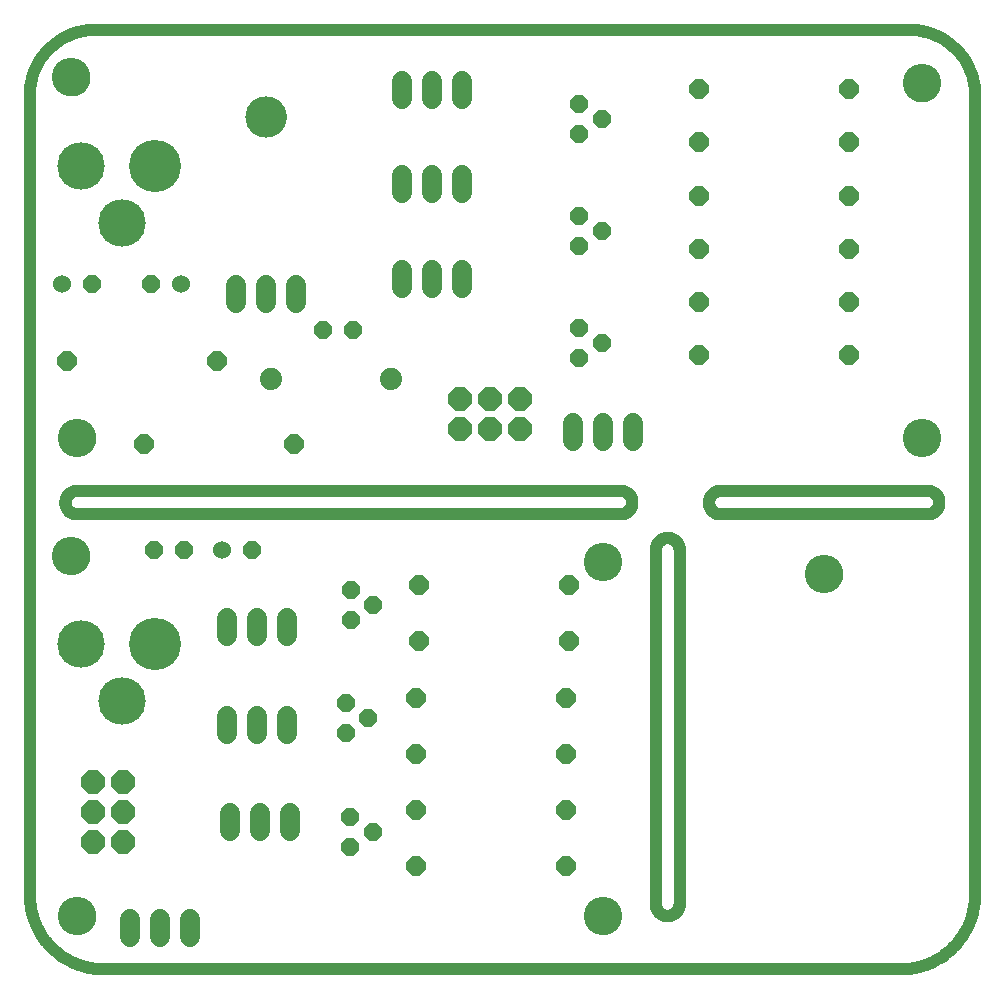
<source format=gbs>
G75*
%MOIN*%
%OFA0B0*%
%FSLAX25Y25*%
%IPPOS*%
%LPD*%
%AMOC8*
5,1,8,0,0,1.08239X$1,22.5*
%
%ADD10C,0.00600*%
%ADD11C,0.00000*%
%ADD12C,0.12800*%
%ADD13C,0.04000*%
%ADD14OC8,0.06000*%
%ADD15C,0.17398*%
%ADD16C,0.15824*%
%ADD17C,0.06800*%
%ADD18OC8,0.06400*%
%ADD19C,0.06000*%
%ADD20OC8,0.07800*%
%ADD21C,0.13800*%
%ADD22C,0.07400*%
D10*
X0016811Y0026622D02*
X0016811Y0030559D01*
X0016811Y0140795D01*
X0036496Y0156543D02*
X0203819Y0156543D01*
X0016811Y0186071D02*
X0016811Y0298276D01*
X0016811Y0300244D01*
D11*
X0024591Y0302213D02*
X0024593Y0302367D01*
X0024599Y0302522D01*
X0024609Y0302676D01*
X0024623Y0302830D01*
X0024641Y0302983D01*
X0024662Y0303136D01*
X0024688Y0303289D01*
X0024718Y0303440D01*
X0024751Y0303591D01*
X0024789Y0303741D01*
X0024830Y0303890D01*
X0024875Y0304038D01*
X0024924Y0304184D01*
X0024977Y0304330D01*
X0025033Y0304473D01*
X0025093Y0304616D01*
X0025157Y0304756D01*
X0025224Y0304896D01*
X0025295Y0305033D01*
X0025369Y0305168D01*
X0025447Y0305302D01*
X0025528Y0305433D01*
X0025613Y0305562D01*
X0025701Y0305690D01*
X0025792Y0305814D01*
X0025886Y0305937D01*
X0025984Y0306057D01*
X0026084Y0306174D01*
X0026188Y0306289D01*
X0026294Y0306401D01*
X0026403Y0306510D01*
X0026515Y0306616D01*
X0026630Y0306720D01*
X0026747Y0306820D01*
X0026867Y0306918D01*
X0026990Y0307012D01*
X0027114Y0307103D01*
X0027242Y0307191D01*
X0027371Y0307276D01*
X0027502Y0307357D01*
X0027636Y0307435D01*
X0027771Y0307509D01*
X0027908Y0307580D01*
X0028048Y0307647D01*
X0028188Y0307711D01*
X0028331Y0307771D01*
X0028474Y0307827D01*
X0028620Y0307880D01*
X0028766Y0307929D01*
X0028914Y0307974D01*
X0029063Y0308015D01*
X0029213Y0308053D01*
X0029364Y0308086D01*
X0029515Y0308116D01*
X0029668Y0308142D01*
X0029821Y0308163D01*
X0029974Y0308181D01*
X0030128Y0308195D01*
X0030282Y0308205D01*
X0030437Y0308211D01*
X0030591Y0308213D01*
X0030745Y0308211D01*
X0030900Y0308205D01*
X0031054Y0308195D01*
X0031208Y0308181D01*
X0031361Y0308163D01*
X0031514Y0308142D01*
X0031667Y0308116D01*
X0031818Y0308086D01*
X0031969Y0308053D01*
X0032119Y0308015D01*
X0032268Y0307974D01*
X0032416Y0307929D01*
X0032562Y0307880D01*
X0032708Y0307827D01*
X0032851Y0307771D01*
X0032994Y0307711D01*
X0033134Y0307647D01*
X0033274Y0307580D01*
X0033411Y0307509D01*
X0033546Y0307435D01*
X0033680Y0307357D01*
X0033811Y0307276D01*
X0033940Y0307191D01*
X0034068Y0307103D01*
X0034192Y0307012D01*
X0034315Y0306918D01*
X0034435Y0306820D01*
X0034552Y0306720D01*
X0034667Y0306616D01*
X0034779Y0306510D01*
X0034888Y0306401D01*
X0034994Y0306289D01*
X0035098Y0306174D01*
X0035198Y0306057D01*
X0035296Y0305937D01*
X0035390Y0305814D01*
X0035481Y0305690D01*
X0035569Y0305562D01*
X0035654Y0305433D01*
X0035735Y0305302D01*
X0035813Y0305168D01*
X0035887Y0305033D01*
X0035958Y0304896D01*
X0036025Y0304756D01*
X0036089Y0304616D01*
X0036149Y0304473D01*
X0036205Y0304330D01*
X0036258Y0304184D01*
X0036307Y0304038D01*
X0036352Y0303890D01*
X0036393Y0303741D01*
X0036431Y0303591D01*
X0036464Y0303440D01*
X0036494Y0303289D01*
X0036520Y0303136D01*
X0036541Y0302983D01*
X0036559Y0302830D01*
X0036573Y0302676D01*
X0036583Y0302522D01*
X0036589Y0302367D01*
X0036591Y0302213D01*
X0036589Y0302059D01*
X0036583Y0301904D01*
X0036573Y0301750D01*
X0036559Y0301596D01*
X0036541Y0301443D01*
X0036520Y0301290D01*
X0036494Y0301137D01*
X0036464Y0300986D01*
X0036431Y0300835D01*
X0036393Y0300685D01*
X0036352Y0300536D01*
X0036307Y0300388D01*
X0036258Y0300242D01*
X0036205Y0300096D01*
X0036149Y0299953D01*
X0036089Y0299810D01*
X0036025Y0299670D01*
X0035958Y0299530D01*
X0035887Y0299393D01*
X0035813Y0299258D01*
X0035735Y0299124D01*
X0035654Y0298993D01*
X0035569Y0298864D01*
X0035481Y0298736D01*
X0035390Y0298612D01*
X0035296Y0298489D01*
X0035198Y0298369D01*
X0035098Y0298252D01*
X0034994Y0298137D01*
X0034888Y0298025D01*
X0034779Y0297916D01*
X0034667Y0297810D01*
X0034552Y0297706D01*
X0034435Y0297606D01*
X0034315Y0297508D01*
X0034192Y0297414D01*
X0034068Y0297323D01*
X0033940Y0297235D01*
X0033811Y0297150D01*
X0033680Y0297069D01*
X0033546Y0296991D01*
X0033411Y0296917D01*
X0033274Y0296846D01*
X0033134Y0296779D01*
X0032994Y0296715D01*
X0032851Y0296655D01*
X0032708Y0296599D01*
X0032562Y0296546D01*
X0032416Y0296497D01*
X0032268Y0296452D01*
X0032119Y0296411D01*
X0031969Y0296373D01*
X0031818Y0296340D01*
X0031667Y0296310D01*
X0031514Y0296284D01*
X0031361Y0296263D01*
X0031208Y0296245D01*
X0031054Y0296231D01*
X0030900Y0296221D01*
X0030745Y0296215D01*
X0030591Y0296213D01*
X0030437Y0296215D01*
X0030282Y0296221D01*
X0030128Y0296231D01*
X0029974Y0296245D01*
X0029821Y0296263D01*
X0029668Y0296284D01*
X0029515Y0296310D01*
X0029364Y0296340D01*
X0029213Y0296373D01*
X0029063Y0296411D01*
X0028914Y0296452D01*
X0028766Y0296497D01*
X0028620Y0296546D01*
X0028474Y0296599D01*
X0028331Y0296655D01*
X0028188Y0296715D01*
X0028048Y0296779D01*
X0027908Y0296846D01*
X0027771Y0296917D01*
X0027636Y0296991D01*
X0027502Y0297069D01*
X0027371Y0297150D01*
X0027242Y0297235D01*
X0027114Y0297323D01*
X0026990Y0297414D01*
X0026867Y0297508D01*
X0026747Y0297606D01*
X0026630Y0297706D01*
X0026515Y0297810D01*
X0026403Y0297916D01*
X0026294Y0298025D01*
X0026188Y0298137D01*
X0026084Y0298252D01*
X0025984Y0298369D01*
X0025886Y0298489D01*
X0025792Y0298612D01*
X0025701Y0298736D01*
X0025613Y0298864D01*
X0025528Y0298993D01*
X0025447Y0299124D01*
X0025369Y0299258D01*
X0025295Y0299393D01*
X0025224Y0299530D01*
X0025157Y0299670D01*
X0025093Y0299810D01*
X0025033Y0299953D01*
X0024977Y0300096D01*
X0024924Y0300242D01*
X0024875Y0300388D01*
X0024830Y0300536D01*
X0024789Y0300685D01*
X0024751Y0300835D01*
X0024718Y0300986D01*
X0024688Y0301137D01*
X0024662Y0301290D01*
X0024641Y0301443D01*
X0024623Y0301596D01*
X0024609Y0301750D01*
X0024599Y0301904D01*
X0024593Y0302059D01*
X0024591Y0302213D01*
X0089051Y0289126D02*
X0089053Y0289287D01*
X0089059Y0289447D01*
X0089069Y0289608D01*
X0089083Y0289768D01*
X0089101Y0289928D01*
X0089122Y0290087D01*
X0089148Y0290246D01*
X0089178Y0290404D01*
X0089211Y0290561D01*
X0089249Y0290718D01*
X0089290Y0290873D01*
X0089335Y0291027D01*
X0089384Y0291180D01*
X0089437Y0291332D01*
X0089493Y0291483D01*
X0089554Y0291632D01*
X0089617Y0291780D01*
X0089685Y0291926D01*
X0089756Y0292070D01*
X0089830Y0292212D01*
X0089908Y0292353D01*
X0089990Y0292491D01*
X0090075Y0292628D01*
X0090163Y0292762D01*
X0090255Y0292894D01*
X0090350Y0293024D01*
X0090448Y0293152D01*
X0090549Y0293277D01*
X0090653Y0293399D01*
X0090760Y0293519D01*
X0090870Y0293636D01*
X0090983Y0293751D01*
X0091099Y0293862D01*
X0091218Y0293971D01*
X0091339Y0294076D01*
X0091463Y0294179D01*
X0091589Y0294279D01*
X0091717Y0294375D01*
X0091848Y0294468D01*
X0091982Y0294558D01*
X0092117Y0294645D01*
X0092255Y0294728D01*
X0092394Y0294808D01*
X0092536Y0294884D01*
X0092679Y0294957D01*
X0092824Y0295026D01*
X0092971Y0295092D01*
X0093119Y0295154D01*
X0093269Y0295212D01*
X0093420Y0295267D01*
X0093573Y0295318D01*
X0093727Y0295365D01*
X0093882Y0295408D01*
X0094038Y0295447D01*
X0094194Y0295483D01*
X0094352Y0295514D01*
X0094510Y0295542D01*
X0094669Y0295566D01*
X0094829Y0295586D01*
X0094989Y0295602D01*
X0095149Y0295614D01*
X0095310Y0295622D01*
X0095471Y0295626D01*
X0095631Y0295626D01*
X0095792Y0295622D01*
X0095953Y0295614D01*
X0096113Y0295602D01*
X0096273Y0295586D01*
X0096433Y0295566D01*
X0096592Y0295542D01*
X0096750Y0295514D01*
X0096908Y0295483D01*
X0097064Y0295447D01*
X0097220Y0295408D01*
X0097375Y0295365D01*
X0097529Y0295318D01*
X0097682Y0295267D01*
X0097833Y0295212D01*
X0097983Y0295154D01*
X0098131Y0295092D01*
X0098278Y0295026D01*
X0098423Y0294957D01*
X0098566Y0294884D01*
X0098708Y0294808D01*
X0098847Y0294728D01*
X0098985Y0294645D01*
X0099120Y0294558D01*
X0099254Y0294468D01*
X0099385Y0294375D01*
X0099513Y0294279D01*
X0099639Y0294179D01*
X0099763Y0294076D01*
X0099884Y0293971D01*
X0100003Y0293862D01*
X0100119Y0293751D01*
X0100232Y0293636D01*
X0100342Y0293519D01*
X0100449Y0293399D01*
X0100553Y0293277D01*
X0100654Y0293152D01*
X0100752Y0293024D01*
X0100847Y0292894D01*
X0100939Y0292762D01*
X0101027Y0292628D01*
X0101112Y0292491D01*
X0101194Y0292353D01*
X0101272Y0292212D01*
X0101346Y0292070D01*
X0101417Y0291926D01*
X0101485Y0291780D01*
X0101548Y0291632D01*
X0101609Y0291483D01*
X0101665Y0291332D01*
X0101718Y0291180D01*
X0101767Y0291027D01*
X0101812Y0290873D01*
X0101853Y0290718D01*
X0101891Y0290561D01*
X0101924Y0290404D01*
X0101954Y0290246D01*
X0101980Y0290087D01*
X0102001Y0289928D01*
X0102019Y0289768D01*
X0102033Y0289608D01*
X0102043Y0289447D01*
X0102049Y0289287D01*
X0102051Y0289126D01*
X0102049Y0288965D01*
X0102043Y0288805D01*
X0102033Y0288644D01*
X0102019Y0288484D01*
X0102001Y0288324D01*
X0101980Y0288165D01*
X0101954Y0288006D01*
X0101924Y0287848D01*
X0101891Y0287691D01*
X0101853Y0287534D01*
X0101812Y0287379D01*
X0101767Y0287225D01*
X0101718Y0287072D01*
X0101665Y0286920D01*
X0101609Y0286769D01*
X0101548Y0286620D01*
X0101485Y0286472D01*
X0101417Y0286326D01*
X0101346Y0286182D01*
X0101272Y0286040D01*
X0101194Y0285899D01*
X0101112Y0285761D01*
X0101027Y0285624D01*
X0100939Y0285490D01*
X0100847Y0285358D01*
X0100752Y0285228D01*
X0100654Y0285100D01*
X0100553Y0284975D01*
X0100449Y0284853D01*
X0100342Y0284733D01*
X0100232Y0284616D01*
X0100119Y0284501D01*
X0100003Y0284390D01*
X0099884Y0284281D01*
X0099763Y0284176D01*
X0099639Y0284073D01*
X0099513Y0283973D01*
X0099385Y0283877D01*
X0099254Y0283784D01*
X0099120Y0283694D01*
X0098985Y0283607D01*
X0098847Y0283524D01*
X0098708Y0283444D01*
X0098566Y0283368D01*
X0098423Y0283295D01*
X0098278Y0283226D01*
X0098131Y0283160D01*
X0097983Y0283098D01*
X0097833Y0283040D01*
X0097682Y0282985D01*
X0097529Y0282934D01*
X0097375Y0282887D01*
X0097220Y0282844D01*
X0097064Y0282805D01*
X0096908Y0282769D01*
X0096750Y0282738D01*
X0096592Y0282710D01*
X0096433Y0282686D01*
X0096273Y0282666D01*
X0096113Y0282650D01*
X0095953Y0282638D01*
X0095792Y0282630D01*
X0095631Y0282626D01*
X0095471Y0282626D01*
X0095310Y0282630D01*
X0095149Y0282638D01*
X0094989Y0282650D01*
X0094829Y0282666D01*
X0094669Y0282686D01*
X0094510Y0282710D01*
X0094352Y0282738D01*
X0094194Y0282769D01*
X0094038Y0282805D01*
X0093882Y0282844D01*
X0093727Y0282887D01*
X0093573Y0282934D01*
X0093420Y0282985D01*
X0093269Y0283040D01*
X0093119Y0283098D01*
X0092971Y0283160D01*
X0092824Y0283226D01*
X0092679Y0283295D01*
X0092536Y0283368D01*
X0092394Y0283444D01*
X0092255Y0283524D01*
X0092117Y0283607D01*
X0091982Y0283694D01*
X0091848Y0283784D01*
X0091717Y0283877D01*
X0091589Y0283973D01*
X0091463Y0284073D01*
X0091339Y0284176D01*
X0091218Y0284281D01*
X0091099Y0284390D01*
X0090983Y0284501D01*
X0090870Y0284616D01*
X0090760Y0284733D01*
X0090653Y0284853D01*
X0090549Y0284975D01*
X0090448Y0285100D01*
X0090350Y0285228D01*
X0090255Y0285358D01*
X0090163Y0285490D01*
X0090075Y0285624D01*
X0089990Y0285761D01*
X0089908Y0285899D01*
X0089830Y0286040D01*
X0089756Y0286182D01*
X0089685Y0286326D01*
X0089617Y0286472D01*
X0089554Y0286620D01*
X0089493Y0286769D01*
X0089437Y0286920D01*
X0089384Y0287072D01*
X0089335Y0287225D01*
X0089290Y0287379D01*
X0089249Y0287534D01*
X0089211Y0287691D01*
X0089178Y0287848D01*
X0089148Y0288006D01*
X0089122Y0288165D01*
X0089101Y0288324D01*
X0089083Y0288484D01*
X0089069Y0288644D01*
X0089059Y0288805D01*
X0089053Y0288965D01*
X0089051Y0289126D01*
X0026559Y0182134D02*
X0026561Y0182288D01*
X0026567Y0182443D01*
X0026577Y0182597D01*
X0026591Y0182751D01*
X0026609Y0182904D01*
X0026630Y0183057D01*
X0026656Y0183210D01*
X0026686Y0183361D01*
X0026719Y0183512D01*
X0026757Y0183662D01*
X0026798Y0183811D01*
X0026843Y0183959D01*
X0026892Y0184105D01*
X0026945Y0184251D01*
X0027001Y0184394D01*
X0027061Y0184537D01*
X0027125Y0184677D01*
X0027192Y0184817D01*
X0027263Y0184954D01*
X0027337Y0185089D01*
X0027415Y0185223D01*
X0027496Y0185354D01*
X0027581Y0185483D01*
X0027669Y0185611D01*
X0027760Y0185735D01*
X0027854Y0185858D01*
X0027952Y0185978D01*
X0028052Y0186095D01*
X0028156Y0186210D01*
X0028262Y0186322D01*
X0028371Y0186431D01*
X0028483Y0186537D01*
X0028598Y0186641D01*
X0028715Y0186741D01*
X0028835Y0186839D01*
X0028958Y0186933D01*
X0029082Y0187024D01*
X0029210Y0187112D01*
X0029339Y0187197D01*
X0029470Y0187278D01*
X0029604Y0187356D01*
X0029739Y0187430D01*
X0029876Y0187501D01*
X0030016Y0187568D01*
X0030156Y0187632D01*
X0030299Y0187692D01*
X0030442Y0187748D01*
X0030588Y0187801D01*
X0030734Y0187850D01*
X0030882Y0187895D01*
X0031031Y0187936D01*
X0031181Y0187974D01*
X0031332Y0188007D01*
X0031483Y0188037D01*
X0031636Y0188063D01*
X0031789Y0188084D01*
X0031942Y0188102D01*
X0032096Y0188116D01*
X0032250Y0188126D01*
X0032405Y0188132D01*
X0032559Y0188134D01*
X0032713Y0188132D01*
X0032868Y0188126D01*
X0033022Y0188116D01*
X0033176Y0188102D01*
X0033329Y0188084D01*
X0033482Y0188063D01*
X0033635Y0188037D01*
X0033786Y0188007D01*
X0033937Y0187974D01*
X0034087Y0187936D01*
X0034236Y0187895D01*
X0034384Y0187850D01*
X0034530Y0187801D01*
X0034676Y0187748D01*
X0034819Y0187692D01*
X0034962Y0187632D01*
X0035102Y0187568D01*
X0035242Y0187501D01*
X0035379Y0187430D01*
X0035514Y0187356D01*
X0035648Y0187278D01*
X0035779Y0187197D01*
X0035908Y0187112D01*
X0036036Y0187024D01*
X0036160Y0186933D01*
X0036283Y0186839D01*
X0036403Y0186741D01*
X0036520Y0186641D01*
X0036635Y0186537D01*
X0036747Y0186431D01*
X0036856Y0186322D01*
X0036962Y0186210D01*
X0037066Y0186095D01*
X0037166Y0185978D01*
X0037264Y0185858D01*
X0037358Y0185735D01*
X0037449Y0185611D01*
X0037537Y0185483D01*
X0037622Y0185354D01*
X0037703Y0185223D01*
X0037781Y0185089D01*
X0037855Y0184954D01*
X0037926Y0184817D01*
X0037993Y0184677D01*
X0038057Y0184537D01*
X0038117Y0184394D01*
X0038173Y0184251D01*
X0038226Y0184105D01*
X0038275Y0183959D01*
X0038320Y0183811D01*
X0038361Y0183662D01*
X0038399Y0183512D01*
X0038432Y0183361D01*
X0038462Y0183210D01*
X0038488Y0183057D01*
X0038509Y0182904D01*
X0038527Y0182751D01*
X0038541Y0182597D01*
X0038551Y0182443D01*
X0038557Y0182288D01*
X0038559Y0182134D01*
X0038557Y0181980D01*
X0038551Y0181825D01*
X0038541Y0181671D01*
X0038527Y0181517D01*
X0038509Y0181364D01*
X0038488Y0181211D01*
X0038462Y0181058D01*
X0038432Y0180907D01*
X0038399Y0180756D01*
X0038361Y0180606D01*
X0038320Y0180457D01*
X0038275Y0180309D01*
X0038226Y0180163D01*
X0038173Y0180017D01*
X0038117Y0179874D01*
X0038057Y0179731D01*
X0037993Y0179591D01*
X0037926Y0179451D01*
X0037855Y0179314D01*
X0037781Y0179179D01*
X0037703Y0179045D01*
X0037622Y0178914D01*
X0037537Y0178785D01*
X0037449Y0178657D01*
X0037358Y0178533D01*
X0037264Y0178410D01*
X0037166Y0178290D01*
X0037066Y0178173D01*
X0036962Y0178058D01*
X0036856Y0177946D01*
X0036747Y0177837D01*
X0036635Y0177731D01*
X0036520Y0177627D01*
X0036403Y0177527D01*
X0036283Y0177429D01*
X0036160Y0177335D01*
X0036036Y0177244D01*
X0035908Y0177156D01*
X0035779Y0177071D01*
X0035648Y0176990D01*
X0035514Y0176912D01*
X0035379Y0176838D01*
X0035242Y0176767D01*
X0035102Y0176700D01*
X0034962Y0176636D01*
X0034819Y0176576D01*
X0034676Y0176520D01*
X0034530Y0176467D01*
X0034384Y0176418D01*
X0034236Y0176373D01*
X0034087Y0176332D01*
X0033937Y0176294D01*
X0033786Y0176261D01*
X0033635Y0176231D01*
X0033482Y0176205D01*
X0033329Y0176184D01*
X0033176Y0176166D01*
X0033022Y0176152D01*
X0032868Y0176142D01*
X0032713Y0176136D01*
X0032559Y0176134D01*
X0032405Y0176136D01*
X0032250Y0176142D01*
X0032096Y0176152D01*
X0031942Y0176166D01*
X0031789Y0176184D01*
X0031636Y0176205D01*
X0031483Y0176231D01*
X0031332Y0176261D01*
X0031181Y0176294D01*
X0031031Y0176332D01*
X0030882Y0176373D01*
X0030734Y0176418D01*
X0030588Y0176467D01*
X0030442Y0176520D01*
X0030299Y0176576D01*
X0030156Y0176636D01*
X0030016Y0176700D01*
X0029876Y0176767D01*
X0029739Y0176838D01*
X0029604Y0176912D01*
X0029470Y0176990D01*
X0029339Y0177071D01*
X0029210Y0177156D01*
X0029082Y0177244D01*
X0028958Y0177335D01*
X0028835Y0177429D01*
X0028715Y0177527D01*
X0028598Y0177627D01*
X0028483Y0177731D01*
X0028371Y0177837D01*
X0028262Y0177946D01*
X0028156Y0178058D01*
X0028052Y0178173D01*
X0027952Y0178290D01*
X0027854Y0178410D01*
X0027760Y0178533D01*
X0027669Y0178657D01*
X0027581Y0178785D01*
X0027496Y0178914D01*
X0027415Y0179045D01*
X0027337Y0179179D01*
X0027263Y0179314D01*
X0027192Y0179451D01*
X0027125Y0179591D01*
X0027061Y0179731D01*
X0027001Y0179874D01*
X0026945Y0180017D01*
X0026892Y0180163D01*
X0026843Y0180309D01*
X0026798Y0180457D01*
X0026757Y0180606D01*
X0026719Y0180756D01*
X0026686Y0180907D01*
X0026656Y0181058D01*
X0026630Y0181211D01*
X0026609Y0181364D01*
X0026591Y0181517D01*
X0026577Y0181671D01*
X0026567Y0181825D01*
X0026561Y0181980D01*
X0026559Y0182134D01*
X0024591Y0142764D02*
X0024593Y0142918D01*
X0024599Y0143073D01*
X0024609Y0143227D01*
X0024623Y0143381D01*
X0024641Y0143534D01*
X0024662Y0143687D01*
X0024688Y0143840D01*
X0024718Y0143991D01*
X0024751Y0144142D01*
X0024789Y0144292D01*
X0024830Y0144441D01*
X0024875Y0144589D01*
X0024924Y0144735D01*
X0024977Y0144881D01*
X0025033Y0145024D01*
X0025093Y0145167D01*
X0025157Y0145307D01*
X0025224Y0145447D01*
X0025295Y0145584D01*
X0025369Y0145719D01*
X0025447Y0145853D01*
X0025528Y0145984D01*
X0025613Y0146113D01*
X0025701Y0146241D01*
X0025792Y0146365D01*
X0025886Y0146488D01*
X0025984Y0146608D01*
X0026084Y0146725D01*
X0026188Y0146840D01*
X0026294Y0146952D01*
X0026403Y0147061D01*
X0026515Y0147167D01*
X0026630Y0147271D01*
X0026747Y0147371D01*
X0026867Y0147469D01*
X0026990Y0147563D01*
X0027114Y0147654D01*
X0027242Y0147742D01*
X0027371Y0147827D01*
X0027502Y0147908D01*
X0027636Y0147986D01*
X0027771Y0148060D01*
X0027908Y0148131D01*
X0028048Y0148198D01*
X0028188Y0148262D01*
X0028331Y0148322D01*
X0028474Y0148378D01*
X0028620Y0148431D01*
X0028766Y0148480D01*
X0028914Y0148525D01*
X0029063Y0148566D01*
X0029213Y0148604D01*
X0029364Y0148637D01*
X0029515Y0148667D01*
X0029668Y0148693D01*
X0029821Y0148714D01*
X0029974Y0148732D01*
X0030128Y0148746D01*
X0030282Y0148756D01*
X0030437Y0148762D01*
X0030591Y0148764D01*
X0030745Y0148762D01*
X0030900Y0148756D01*
X0031054Y0148746D01*
X0031208Y0148732D01*
X0031361Y0148714D01*
X0031514Y0148693D01*
X0031667Y0148667D01*
X0031818Y0148637D01*
X0031969Y0148604D01*
X0032119Y0148566D01*
X0032268Y0148525D01*
X0032416Y0148480D01*
X0032562Y0148431D01*
X0032708Y0148378D01*
X0032851Y0148322D01*
X0032994Y0148262D01*
X0033134Y0148198D01*
X0033274Y0148131D01*
X0033411Y0148060D01*
X0033546Y0147986D01*
X0033680Y0147908D01*
X0033811Y0147827D01*
X0033940Y0147742D01*
X0034068Y0147654D01*
X0034192Y0147563D01*
X0034315Y0147469D01*
X0034435Y0147371D01*
X0034552Y0147271D01*
X0034667Y0147167D01*
X0034779Y0147061D01*
X0034888Y0146952D01*
X0034994Y0146840D01*
X0035098Y0146725D01*
X0035198Y0146608D01*
X0035296Y0146488D01*
X0035390Y0146365D01*
X0035481Y0146241D01*
X0035569Y0146113D01*
X0035654Y0145984D01*
X0035735Y0145853D01*
X0035813Y0145719D01*
X0035887Y0145584D01*
X0035958Y0145447D01*
X0036025Y0145307D01*
X0036089Y0145167D01*
X0036149Y0145024D01*
X0036205Y0144881D01*
X0036258Y0144735D01*
X0036307Y0144589D01*
X0036352Y0144441D01*
X0036393Y0144292D01*
X0036431Y0144142D01*
X0036464Y0143991D01*
X0036494Y0143840D01*
X0036520Y0143687D01*
X0036541Y0143534D01*
X0036559Y0143381D01*
X0036573Y0143227D01*
X0036583Y0143073D01*
X0036589Y0142918D01*
X0036591Y0142764D01*
X0036589Y0142610D01*
X0036583Y0142455D01*
X0036573Y0142301D01*
X0036559Y0142147D01*
X0036541Y0141994D01*
X0036520Y0141841D01*
X0036494Y0141688D01*
X0036464Y0141537D01*
X0036431Y0141386D01*
X0036393Y0141236D01*
X0036352Y0141087D01*
X0036307Y0140939D01*
X0036258Y0140793D01*
X0036205Y0140647D01*
X0036149Y0140504D01*
X0036089Y0140361D01*
X0036025Y0140221D01*
X0035958Y0140081D01*
X0035887Y0139944D01*
X0035813Y0139809D01*
X0035735Y0139675D01*
X0035654Y0139544D01*
X0035569Y0139415D01*
X0035481Y0139287D01*
X0035390Y0139163D01*
X0035296Y0139040D01*
X0035198Y0138920D01*
X0035098Y0138803D01*
X0034994Y0138688D01*
X0034888Y0138576D01*
X0034779Y0138467D01*
X0034667Y0138361D01*
X0034552Y0138257D01*
X0034435Y0138157D01*
X0034315Y0138059D01*
X0034192Y0137965D01*
X0034068Y0137874D01*
X0033940Y0137786D01*
X0033811Y0137701D01*
X0033680Y0137620D01*
X0033546Y0137542D01*
X0033411Y0137468D01*
X0033274Y0137397D01*
X0033134Y0137330D01*
X0032994Y0137266D01*
X0032851Y0137206D01*
X0032708Y0137150D01*
X0032562Y0137097D01*
X0032416Y0137048D01*
X0032268Y0137003D01*
X0032119Y0136962D01*
X0031969Y0136924D01*
X0031818Y0136891D01*
X0031667Y0136861D01*
X0031514Y0136835D01*
X0031361Y0136814D01*
X0031208Y0136796D01*
X0031054Y0136782D01*
X0030900Y0136772D01*
X0030745Y0136766D01*
X0030591Y0136764D01*
X0030437Y0136766D01*
X0030282Y0136772D01*
X0030128Y0136782D01*
X0029974Y0136796D01*
X0029821Y0136814D01*
X0029668Y0136835D01*
X0029515Y0136861D01*
X0029364Y0136891D01*
X0029213Y0136924D01*
X0029063Y0136962D01*
X0028914Y0137003D01*
X0028766Y0137048D01*
X0028620Y0137097D01*
X0028474Y0137150D01*
X0028331Y0137206D01*
X0028188Y0137266D01*
X0028048Y0137330D01*
X0027908Y0137397D01*
X0027771Y0137468D01*
X0027636Y0137542D01*
X0027502Y0137620D01*
X0027371Y0137701D01*
X0027242Y0137786D01*
X0027114Y0137874D01*
X0026990Y0137965D01*
X0026867Y0138059D01*
X0026747Y0138157D01*
X0026630Y0138257D01*
X0026515Y0138361D01*
X0026403Y0138467D01*
X0026294Y0138576D01*
X0026188Y0138688D01*
X0026084Y0138803D01*
X0025984Y0138920D01*
X0025886Y0139040D01*
X0025792Y0139163D01*
X0025701Y0139287D01*
X0025613Y0139415D01*
X0025528Y0139544D01*
X0025447Y0139675D01*
X0025369Y0139809D01*
X0025295Y0139944D01*
X0025224Y0140081D01*
X0025157Y0140221D01*
X0025093Y0140361D01*
X0025033Y0140504D01*
X0024977Y0140647D01*
X0024924Y0140793D01*
X0024875Y0140939D01*
X0024830Y0141087D01*
X0024789Y0141236D01*
X0024751Y0141386D01*
X0024718Y0141537D01*
X0024688Y0141688D01*
X0024662Y0141841D01*
X0024641Y0141994D01*
X0024623Y0142147D01*
X0024609Y0142301D01*
X0024599Y0142455D01*
X0024593Y0142610D01*
X0024591Y0142764D01*
X0026559Y0022685D02*
X0026561Y0022839D01*
X0026567Y0022994D01*
X0026577Y0023148D01*
X0026591Y0023302D01*
X0026609Y0023455D01*
X0026630Y0023608D01*
X0026656Y0023761D01*
X0026686Y0023912D01*
X0026719Y0024063D01*
X0026757Y0024213D01*
X0026798Y0024362D01*
X0026843Y0024510D01*
X0026892Y0024656D01*
X0026945Y0024802D01*
X0027001Y0024945D01*
X0027061Y0025088D01*
X0027125Y0025228D01*
X0027192Y0025368D01*
X0027263Y0025505D01*
X0027337Y0025640D01*
X0027415Y0025774D01*
X0027496Y0025905D01*
X0027581Y0026034D01*
X0027669Y0026162D01*
X0027760Y0026286D01*
X0027854Y0026409D01*
X0027952Y0026529D01*
X0028052Y0026646D01*
X0028156Y0026761D01*
X0028262Y0026873D01*
X0028371Y0026982D01*
X0028483Y0027088D01*
X0028598Y0027192D01*
X0028715Y0027292D01*
X0028835Y0027390D01*
X0028958Y0027484D01*
X0029082Y0027575D01*
X0029210Y0027663D01*
X0029339Y0027748D01*
X0029470Y0027829D01*
X0029604Y0027907D01*
X0029739Y0027981D01*
X0029876Y0028052D01*
X0030016Y0028119D01*
X0030156Y0028183D01*
X0030299Y0028243D01*
X0030442Y0028299D01*
X0030588Y0028352D01*
X0030734Y0028401D01*
X0030882Y0028446D01*
X0031031Y0028487D01*
X0031181Y0028525D01*
X0031332Y0028558D01*
X0031483Y0028588D01*
X0031636Y0028614D01*
X0031789Y0028635D01*
X0031942Y0028653D01*
X0032096Y0028667D01*
X0032250Y0028677D01*
X0032405Y0028683D01*
X0032559Y0028685D01*
X0032713Y0028683D01*
X0032868Y0028677D01*
X0033022Y0028667D01*
X0033176Y0028653D01*
X0033329Y0028635D01*
X0033482Y0028614D01*
X0033635Y0028588D01*
X0033786Y0028558D01*
X0033937Y0028525D01*
X0034087Y0028487D01*
X0034236Y0028446D01*
X0034384Y0028401D01*
X0034530Y0028352D01*
X0034676Y0028299D01*
X0034819Y0028243D01*
X0034962Y0028183D01*
X0035102Y0028119D01*
X0035242Y0028052D01*
X0035379Y0027981D01*
X0035514Y0027907D01*
X0035648Y0027829D01*
X0035779Y0027748D01*
X0035908Y0027663D01*
X0036036Y0027575D01*
X0036160Y0027484D01*
X0036283Y0027390D01*
X0036403Y0027292D01*
X0036520Y0027192D01*
X0036635Y0027088D01*
X0036747Y0026982D01*
X0036856Y0026873D01*
X0036962Y0026761D01*
X0037066Y0026646D01*
X0037166Y0026529D01*
X0037264Y0026409D01*
X0037358Y0026286D01*
X0037449Y0026162D01*
X0037537Y0026034D01*
X0037622Y0025905D01*
X0037703Y0025774D01*
X0037781Y0025640D01*
X0037855Y0025505D01*
X0037926Y0025368D01*
X0037993Y0025228D01*
X0038057Y0025088D01*
X0038117Y0024945D01*
X0038173Y0024802D01*
X0038226Y0024656D01*
X0038275Y0024510D01*
X0038320Y0024362D01*
X0038361Y0024213D01*
X0038399Y0024063D01*
X0038432Y0023912D01*
X0038462Y0023761D01*
X0038488Y0023608D01*
X0038509Y0023455D01*
X0038527Y0023302D01*
X0038541Y0023148D01*
X0038551Y0022994D01*
X0038557Y0022839D01*
X0038559Y0022685D01*
X0038557Y0022531D01*
X0038551Y0022376D01*
X0038541Y0022222D01*
X0038527Y0022068D01*
X0038509Y0021915D01*
X0038488Y0021762D01*
X0038462Y0021609D01*
X0038432Y0021458D01*
X0038399Y0021307D01*
X0038361Y0021157D01*
X0038320Y0021008D01*
X0038275Y0020860D01*
X0038226Y0020714D01*
X0038173Y0020568D01*
X0038117Y0020425D01*
X0038057Y0020282D01*
X0037993Y0020142D01*
X0037926Y0020002D01*
X0037855Y0019865D01*
X0037781Y0019730D01*
X0037703Y0019596D01*
X0037622Y0019465D01*
X0037537Y0019336D01*
X0037449Y0019208D01*
X0037358Y0019084D01*
X0037264Y0018961D01*
X0037166Y0018841D01*
X0037066Y0018724D01*
X0036962Y0018609D01*
X0036856Y0018497D01*
X0036747Y0018388D01*
X0036635Y0018282D01*
X0036520Y0018178D01*
X0036403Y0018078D01*
X0036283Y0017980D01*
X0036160Y0017886D01*
X0036036Y0017795D01*
X0035908Y0017707D01*
X0035779Y0017622D01*
X0035648Y0017541D01*
X0035514Y0017463D01*
X0035379Y0017389D01*
X0035242Y0017318D01*
X0035102Y0017251D01*
X0034962Y0017187D01*
X0034819Y0017127D01*
X0034676Y0017071D01*
X0034530Y0017018D01*
X0034384Y0016969D01*
X0034236Y0016924D01*
X0034087Y0016883D01*
X0033937Y0016845D01*
X0033786Y0016812D01*
X0033635Y0016782D01*
X0033482Y0016756D01*
X0033329Y0016735D01*
X0033176Y0016717D01*
X0033022Y0016703D01*
X0032868Y0016693D01*
X0032713Y0016687D01*
X0032559Y0016685D01*
X0032405Y0016687D01*
X0032250Y0016693D01*
X0032096Y0016703D01*
X0031942Y0016717D01*
X0031789Y0016735D01*
X0031636Y0016756D01*
X0031483Y0016782D01*
X0031332Y0016812D01*
X0031181Y0016845D01*
X0031031Y0016883D01*
X0030882Y0016924D01*
X0030734Y0016969D01*
X0030588Y0017018D01*
X0030442Y0017071D01*
X0030299Y0017127D01*
X0030156Y0017187D01*
X0030016Y0017251D01*
X0029876Y0017318D01*
X0029739Y0017389D01*
X0029604Y0017463D01*
X0029470Y0017541D01*
X0029339Y0017622D01*
X0029210Y0017707D01*
X0029082Y0017795D01*
X0028958Y0017886D01*
X0028835Y0017980D01*
X0028715Y0018078D01*
X0028598Y0018178D01*
X0028483Y0018282D01*
X0028371Y0018388D01*
X0028262Y0018497D01*
X0028156Y0018609D01*
X0028052Y0018724D01*
X0027952Y0018841D01*
X0027854Y0018961D01*
X0027760Y0019084D01*
X0027669Y0019208D01*
X0027581Y0019336D01*
X0027496Y0019465D01*
X0027415Y0019596D01*
X0027337Y0019730D01*
X0027263Y0019865D01*
X0027192Y0020002D01*
X0027125Y0020142D01*
X0027061Y0020282D01*
X0027001Y0020425D01*
X0026945Y0020568D01*
X0026892Y0020714D01*
X0026843Y0020860D01*
X0026798Y0021008D01*
X0026757Y0021157D01*
X0026719Y0021307D01*
X0026686Y0021458D01*
X0026656Y0021609D01*
X0026630Y0021762D01*
X0026609Y0021915D01*
X0026591Y0022068D01*
X0026577Y0022222D01*
X0026567Y0022376D01*
X0026561Y0022531D01*
X0026559Y0022685D01*
X0201756Y0022685D02*
X0201758Y0022839D01*
X0201764Y0022994D01*
X0201774Y0023148D01*
X0201788Y0023302D01*
X0201806Y0023455D01*
X0201827Y0023608D01*
X0201853Y0023761D01*
X0201883Y0023912D01*
X0201916Y0024063D01*
X0201954Y0024213D01*
X0201995Y0024362D01*
X0202040Y0024510D01*
X0202089Y0024656D01*
X0202142Y0024802D01*
X0202198Y0024945D01*
X0202258Y0025088D01*
X0202322Y0025228D01*
X0202389Y0025368D01*
X0202460Y0025505D01*
X0202534Y0025640D01*
X0202612Y0025774D01*
X0202693Y0025905D01*
X0202778Y0026034D01*
X0202866Y0026162D01*
X0202957Y0026286D01*
X0203051Y0026409D01*
X0203149Y0026529D01*
X0203249Y0026646D01*
X0203353Y0026761D01*
X0203459Y0026873D01*
X0203568Y0026982D01*
X0203680Y0027088D01*
X0203795Y0027192D01*
X0203912Y0027292D01*
X0204032Y0027390D01*
X0204155Y0027484D01*
X0204279Y0027575D01*
X0204407Y0027663D01*
X0204536Y0027748D01*
X0204667Y0027829D01*
X0204801Y0027907D01*
X0204936Y0027981D01*
X0205073Y0028052D01*
X0205213Y0028119D01*
X0205353Y0028183D01*
X0205496Y0028243D01*
X0205639Y0028299D01*
X0205785Y0028352D01*
X0205931Y0028401D01*
X0206079Y0028446D01*
X0206228Y0028487D01*
X0206378Y0028525D01*
X0206529Y0028558D01*
X0206680Y0028588D01*
X0206833Y0028614D01*
X0206986Y0028635D01*
X0207139Y0028653D01*
X0207293Y0028667D01*
X0207447Y0028677D01*
X0207602Y0028683D01*
X0207756Y0028685D01*
X0207910Y0028683D01*
X0208065Y0028677D01*
X0208219Y0028667D01*
X0208373Y0028653D01*
X0208526Y0028635D01*
X0208679Y0028614D01*
X0208832Y0028588D01*
X0208983Y0028558D01*
X0209134Y0028525D01*
X0209284Y0028487D01*
X0209433Y0028446D01*
X0209581Y0028401D01*
X0209727Y0028352D01*
X0209873Y0028299D01*
X0210016Y0028243D01*
X0210159Y0028183D01*
X0210299Y0028119D01*
X0210439Y0028052D01*
X0210576Y0027981D01*
X0210711Y0027907D01*
X0210845Y0027829D01*
X0210976Y0027748D01*
X0211105Y0027663D01*
X0211233Y0027575D01*
X0211357Y0027484D01*
X0211480Y0027390D01*
X0211600Y0027292D01*
X0211717Y0027192D01*
X0211832Y0027088D01*
X0211944Y0026982D01*
X0212053Y0026873D01*
X0212159Y0026761D01*
X0212263Y0026646D01*
X0212363Y0026529D01*
X0212461Y0026409D01*
X0212555Y0026286D01*
X0212646Y0026162D01*
X0212734Y0026034D01*
X0212819Y0025905D01*
X0212900Y0025774D01*
X0212978Y0025640D01*
X0213052Y0025505D01*
X0213123Y0025368D01*
X0213190Y0025228D01*
X0213254Y0025088D01*
X0213314Y0024945D01*
X0213370Y0024802D01*
X0213423Y0024656D01*
X0213472Y0024510D01*
X0213517Y0024362D01*
X0213558Y0024213D01*
X0213596Y0024063D01*
X0213629Y0023912D01*
X0213659Y0023761D01*
X0213685Y0023608D01*
X0213706Y0023455D01*
X0213724Y0023302D01*
X0213738Y0023148D01*
X0213748Y0022994D01*
X0213754Y0022839D01*
X0213756Y0022685D01*
X0213754Y0022531D01*
X0213748Y0022376D01*
X0213738Y0022222D01*
X0213724Y0022068D01*
X0213706Y0021915D01*
X0213685Y0021762D01*
X0213659Y0021609D01*
X0213629Y0021458D01*
X0213596Y0021307D01*
X0213558Y0021157D01*
X0213517Y0021008D01*
X0213472Y0020860D01*
X0213423Y0020714D01*
X0213370Y0020568D01*
X0213314Y0020425D01*
X0213254Y0020282D01*
X0213190Y0020142D01*
X0213123Y0020002D01*
X0213052Y0019865D01*
X0212978Y0019730D01*
X0212900Y0019596D01*
X0212819Y0019465D01*
X0212734Y0019336D01*
X0212646Y0019208D01*
X0212555Y0019084D01*
X0212461Y0018961D01*
X0212363Y0018841D01*
X0212263Y0018724D01*
X0212159Y0018609D01*
X0212053Y0018497D01*
X0211944Y0018388D01*
X0211832Y0018282D01*
X0211717Y0018178D01*
X0211600Y0018078D01*
X0211480Y0017980D01*
X0211357Y0017886D01*
X0211233Y0017795D01*
X0211105Y0017707D01*
X0210976Y0017622D01*
X0210845Y0017541D01*
X0210711Y0017463D01*
X0210576Y0017389D01*
X0210439Y0017318D01*
X0210299Y0017251D01*
X0210159Y0017187D01*
X0210016Y0017127D01*
X0209873Y0017071D01*
X0209727Y0017018D01*
X0209581Y0016969D01*
X0209433Y0016924D01*
X0209284Y0016883D01*
X0209134Y0016845D01*
X0208983Y0016812D01*
X0208832Y0016782D01*
X0208679Y0016756D01*
X0208526Y0016735D01*
X0208373Y0016717D01*
X0208219Y0016703D01*
X0208065Y0016693D01*
X0207910Y0016687D01*
X0207756Y0016685D01*
X0207602Y0016687D01*
X0207447Y0016693D01*
X0207293Y0016703D01*
X0207139Y0016717D01*
X0206986Y0016735D01*
X0206833Y0016756D01*
X0206680Y0016782D01*
X0206529Y0016812D01*
X0206378Y0016845D01*
X0206228Y0016883D01*
X0206079Y0016924D01*
X0205931Y0016969D01*
X0205785Y0017018D01*
X0205639Y0017071D01*
X0205496Y0017127D01*
X0205353Y0017187D01*
X0205213Y0017251D01*
X0205073Y0017318D01*
X0204936Y0017389D01*
X0204801Y0017463D01*
X0204667Y0017541D01*
X0204536Y0017622D01*
X0204407Y0017707D01*
X0204279Y0017795D01*
X0204155Y0017886D01*
X0204032Y0017980D01*
X0203912Y0018078D01*
X0203795Y0018178D01*
X0203680Y0018282D01*
X0203568Y0018388D01*
X0203459Y0018497D01*
X0203353Y0018609D01*
X0203249Y0018724D01*
X0203149Y0018841D01*
X0203051Y0018961D01*
X0202957Y0019084D01*
X0202866Y0019208D01*
X0202778Y0019336D01*
X0202693Y0019465D01*
X0202612Y0019596D01*
X0202534Y0019730D01*
X0202460Y0019865D01*
X0202389Y0020002D01*
X0202322Y0020142D01*
X0202258Y0020282D01*
X0202198Y0020425D01*
X0202142Y0020568D01*
X0202089Y0020714D01*
X0202040Y0020860D01*
X0201995Y0021008D01*
X0201954Y0021157D01*
X0201916Y0021307D01*
X0201883Y0021458D01*
X0201853Y0021609D01*
X0201827Y0021762D01*
X0201806Y0021915D01*
X0201788Y0022068D01*
X0201774Y0022222D01*
X0201764Y0022376D01*
X0201758Y0022531D01*
X0201756Y0022685D01*
X0275575Y0136858D02*
X0275577Y0137012D01*
X0275583Y0137167D01*
X0275593Y0137321D01*
X0275607Y0137475D01*
X0275625Y0137628D01*
X0275646Y0137781D01*
X0275672Y0137934D01*
X0275702Y0138085D01*
X0275735Y0138236D01*
X0275773Y0138386D01*
X0275814Y0138535D01*
X0275859Y0138683D01*
X0275908Y0138829D01*
X0275961Y0138975D01*
X0276017Y0139118D01*
X0276077Y0139261D01*
X0276141Y0139401D01*
X0276208Y0139541D01*
X0276279Y0139678D01*
X0276353Y0139813D01*
X0276431Y0139947D01*
X0276512Y0140078D01*
X0276597Y0140207D01*
X0276685Y0140335D01*
X0276776Y0140459D01*
X0276870Y0140582D01*
X0276968Y0140702D01*
X0277068Y0140819D01*
X0277172Y0140934D01*
X0277278Y0141046D01*
X0277387Y0141155D01*
X0277499Y0141261D01*
X0277614Y0141365D01*
X0277731Y0141465D01*
X0277851Y0141563D01*
X0277974Y0141657D01*
X0278098Y0141748D01*
X0278226Y0141836D01*
X0278355Y0141921D01*
X0278486Y0142002D01*
X0278620Y0142080D01*
X0278755Y0142154D01*
X0278892Y0142225D01*
X0279032Y0142292D01*
X0279172Y0142356D01*
X0279315Y0142416D01*
X0279458Y0142472D01*
X0279604Y0142525D01*
X0279750Y0142574D01*
X0279898Y0142619D01*
X0280047Y0142660D01*
X0280197Y0142698D01*
X0280348Y0142731D01*
X0280499Y0142761D01*
X0280652Y0142787D01*
X0280805Y0142808D01*
X0280958Y0142826D01*
X0281112Y0142840D01*
X0281266Y0142850D01*
X0281421Y0142856D01*
X0281575Y0142858D01*
X0281729Y0142856D01*
X0281884Y0142850D01*
X0282038Y0142840D01*
X0282192Y0142826D01*
X0282345Y0142808D01*
X0282498Y0142787D01*
X0282651Y0142761D01*
X0282802Y0142731D01*
X0282953Y0142698D01*
X0283103Y0142660D01*
X0283252Y0142619D01*
X0283400Y0142574D01*
X0283546Y0142525D01*
X0283692Y0142472D01*
X0283835Y0142416D01*
X0283978Y0142356D01*
X0284118Y0142292D01*
X0284258Y0142225D01*
X0284395Y0142154D01*
X0284530Y0142080D01*
X0284664Y0142002D01*
X0284795Y0141921D01*
X0284924Y0141836D01*
X0285052Y0141748D01*
X0285176Y0141657D01*
X0285299Y0141563D01*
X0285419Y0141465D01*
X0285536Y0141365D01*
X0285651Y0141261D01*
X0285763Y0141155D01*
X0285872Y0141046D01*
X0285978Y0140934D01*
X0286082Y0140819D01*
X0286182Y0140702D01*
X0286280Y0140582D01*
X0286374Y0140459D01*
X0286465Y0140335D01*
X0286553Y0140207D01*
X0286638Y0140078D01*
X0286719Y0139947D01*
X0286797Y0139813D01*
X0286871Y0139678D01*
X0286942Y0139541D01*
X0287009Y0139401D01*
X0287073Y0139261D01*
X0287133Y0139118D01*
X0287189Y0138975D01*
X0287242Y0138829D01*
X0287291Y0138683D01*
X0287336Y0138535D01*
X0287377Y0138386D01*
X0287415Y0138236D01*
X0287448Y0138085D01*
X0287478Y0137934D01*
X0287504Y0137781D01*
X0287525Y0137628D01*
X0287543Y0137475D01*
X0287557Y0137321D01*
X0287567Y0137167D01*
X0287573Y0137012D01*
X0287575Y0136858D01*
X0287573Y0136704D01*
X0287567Y0136549D01*
X0287557Y0136395D01*
X0287543Y0136241D01*
X0287525Y0136088D01*
X0287504Y0135935D01*
X0287478Y0135782D01*
X0287448Y0135631D01*
X0287415Y0135480D01*
X0287377Y0135330D01*
X0287336Y0135181D01*
X0287291Y0135033D01*
X0287242Y0134887D01*
X0287189Y0134741D01*
X0287133Y0134598D01*
X0287073Y0134455D01*
X0287009Y0134315D01*
X0286942Y0134175D01*
X0286871Y0134038D01*
X0286797Y0133903D01*
X0286719Y0133769D01*
X0286638Y0133638D01*
X0286553Y0133509D01*
X0286465Y0133381D01*
X0286374Y0133257D01*
X0286280Y0133134D01*
X0286182Y0133014D01*
X0286082Y0132897D01*
X0285978Y0132782D01*
X0285872Y0132670D01*
X0285763Y0132561D01*
X0285651Y0132455D01*
X0285536Y0132351D01*
X0285419Y0132251D01*
X0285299Y0132153D01*
X0285176Y0132059D01*
X0285052Y0131968D01*
X0284924Y0131880D01*
X0284795Y0131795D01*
X0284664Y0131714D01*
X0284530Y0131636D01*
X0284395Y0131562D01*
X0284258Y0131491D01*
X0284118Y0131424D01*
X0283978Y0131360D01*
X0283835Y0131300D01*
X0283692Y0131244D01*
X0283546Y0131191D01*
X0283400Y0131142D01*
X0283252Y0131097D01*
X0283103Y0131056D01*
X0282953Y0131018D01*
X0282802Y0130985D01*
X0282651Y0130955D01*
X0282498Y0130929D01*
X0282345Y0130908D01*
X0282192Y0130890D01*
X0282038Y0130876D01*
X0281884Y0130866D01*
X0281729Y0130860D01*
X0281575Y0130858D01*
X0281421Y0130860D01*
X0281266Y0130866D01*
X0281112Y0130876D01*
X0280958Y0130890D01*
X0280805Y0130908D01*
X0280652Y0130929D01*
X0280499Y0130955D01*
X0280348Y0130985D01*
X0280197Y0131018D01*
X0280047Y0131056D01*
X0279898Y0131097D01*
X0279750Y0131142D01*
X0279604Y0131191D01*
X0279458Y0131244D01*
X0279315Y0131300D01*
X0279172Y0131360D01*
X0279032Y0131424D01*
X0278892Y0131491D01*
X0278755Y0131562D01*
X0278620Y0131636D01*
X0278486Y0131714D01*
X0278355Y0131795D01*
X0278226Y0131880D01*
X0278098Y0131968D01*
X0277974Y0132059D01*
X0277851Y0132153D01*
X0277731Y0132251D01*
X0277614Y0132351D01*
X0277499Y0132455D01*
X0277387Y0132561D01*
X0277278Y0132670D01*
X0277172Y0132782D01*
X0277068Y0132897D01*
X0276968Y0133014D01*
X0276870Y0133134D01*
X0276776Y0133257D01*
X0276685Y0133381D01*
X0276597Y0133509D01*
X0276512Y0133638D01*
X0276431Y0133769D01*
X0276353Y0133903D01*
X0276279Y0134038D01*
X0276208Y0134175D01*
X0276141Y0134315D01*
X0276077Y0134455D01*
X0276017Y0134598D01*
X0275961Y0134741D01*
X0275908Y0134887D01*
X0275859Y0135033D01*
X0275814Y0135181D01*
X0275773Y0135330D01*
X0275735Y0135480D01*
X0275702Y0135631D01*
X0275672Y0135782D01*
X0275646Y0135935D01*
X0275625Y0136088D01*
X0275607Y0136241D01*
X0275593Y0136395D01*
X0275583Y0136549D01*
X0275577Y0136704D01*
X0275575Y0136858D01*
X0308055Y0182134D02*
X0308057Y0182288D01*
X0308063Y0182443D01*
X0308073Y0182597D01*
X0308087Y0182751D01*
X0308105Y0182904D01*
X0308126Y0183057D01*
X0308152Y0183210D01*
X0308182Y0183361D01*
X0308215Y0183512D01*
X0308253Y0183662D01*
X0308294Y0183811D01*
X0308339Y0183959D01*
X0308388Y0184105D01*
X0308441Y0184251D01*
X0308497Y0184394D01*
X0308557Y0184537D01*
X0308621Y0184677D01*
X0308688Y0184817D01*
X0308759Y0184954D01*
X0308833Y0185089D01*
X0308911Y0185223D01*
X0308992Y0185354D01*
X0309077Y0185483D01*
X0309165Y0185611D01*
X0309256Y0185735D01*
X0309350Y0185858D01*
X0309448Y0185978D01*
X0309548Y0186095D01*
X0309652Y0186210D01*
X0309758Y0186322D01*
X0309867Y0186431D01*
X0309979Y0186537D01*
X0310094Y0186641D01*
X0310211Y0186741D01*
X0310331Y0186839D01*
X0310454Y0186933D01*
X0310578Y0187024D01*
X0310706Y0187112D01*
X0310835Y0187197D01*
X0310966Y0187278D01*
X0311100Y0187356D01*
X0311235Y0187430D01*
X0311372Y0187501D01*
X0311512Y0187568D01*
X0311652Y0187632D01*
X0311795Y0187692D01*
X0311938Y0187748D01*
X0312084Y0187801D01*
X0312230Y0187850D01*
X0312378Y0187895D01*
X0312527Y0187936D01*
X0312677Y0187974D01*
X0312828Y0188007D01*
X0312979Y0188037D01*
X0313132Y0188063D01*
X0313285Y0188084D01*
X0313438Y0188102D01*
X0313592Y0188116D01*
X0313746Y0188126D01*
X0313901Y0188132D01*
X0314055Y0188134D01*
X0314209Y0188132D01*
X0314364Y0188126D01*
X0314518Y0188116D01*
X0314672Y0188102D01*
X0314825Y0188084D01*
X0314978Y0188063D01*
X0315131Y0188037D01*
X0315282Y0188007D01*
X0315433Y0187974D01*
X0315583Y0187936D01*
X0315732Y0187895D01*
X0315880Y0187850D01*
X0316026Y0187801D01*
X0316172Y0187748D01*
X0316315Y0187692D01*
X0316458Y0187632D01*
X0316598Y0187568D01*
X0316738Y0187501D01*
X0316875Y0187430D01*
X0317010Y0187356D01*
X0317144Y0187278D01*
X0317275Y0187197D01*
X0317404Y0187112D01*
X0317532Y0187024D01*
X0317656Y0186933D01*
X0317779Y0186839D01*
X0317899Y0186741D01*
X0318016Y0186641D01*
X0318131Y0186537D01*
X0318243Y0186431D01*
X0318352Y0186322D01*
X0318458Y0186210D01*
X0318562Y0186095D01*
X0318662Y0185978D01*
X0318760Y0185858D01*
X0318854Y0185735D01*
X0318945Y0185611D01*
X0319033Y0185483D01*
X0319118Y0185354D01*
X0319199Y0185223D01*
X0319277Y0185089D01*
X0319351Y0184954D01*
X0319422Y0184817D01*
X0319489Y0184677D01*
X0319553Y0184537D01*
X0319613Y0184394D01*
X0319669Y0184251D01*
X0319722Y0184105D01*
X0319771Y0183959D01*
X0319816Y0183811D01*
X0319857Y0183662D01*
X0319895Y0183512D01*
X0319928Y0183361D01*
X0319958Y0183210D01*
X0319984Y0183057D01*
X0320005Y0182904D01*
X0320023Y0182751D01*
X0320037Y0182597D01*
X0320047Y0182443D01*
X0320053Y0182288D01*
X0320055Y0182134D01*
X0320053Y0181980D01*
X0320047Y0181825D01*
X0320037Y0181671D01*
X0320023Y0181517D01*
X0320005Y0181364D01*
X0319984Y0181211D01*
X0319958Y0181058D01*
X0319928Y0180907D01*
X0319895Y0180756D01*
X0319857Y0180606D01*
X0319816Y0180457D01*
X0319771Y0180309D01*
X0319722Y0180163D01*
X0319669Y0180017D01*
X0319613Y0179874D01*
X0319553Y0179731D01*
X0319489Y0179591D01*
X0319422Y0179451D01*
X0319351Y0179314D01*
X0319277Y0179179D01*
X0319199Y0179045D01*
X0319118Y0178914D01*
X0319033Y0178785D01*
X0318945Y0178657D01*
X0318854Y0178533D01*
X0318760Y0178410D01*
X0318662Y0178290D01*
X0318562Y0178173D01*
X0318458Y0178058D01*
X0318352Y0177946D01*
X0318243Y0177837D01*
X0318131Y0177731D01*
X0318016Y0177627D01*
X0317899Y0177527D01*
X0317779Y0177429D01*
X0317656Y0177335D01*
X0317532Y0177244D01*
X0317404Y0177156D01*
X0317275Y0177071D01*
X0317144Y0176990D01*
X0317010Y0176912D01*
X0316875Y0176838D01*
X0316738Y0176767D01*
X0316598Y0176700D01*
X0316458Y0176636D01*
X0316315Y0176576D01*
X0316172Y0176520D01*
X0316026Y0176467D01*
X0315880Y0176418D01*
X0315732Y0176373D01*
X0315583Y0176332D01*
X0315433Y0176294D01*
X0315282Y0176261D01*
X0315131Y0176231D01*
X0314978Y0176205D01*
X0314825Y0176184D01*
X0314672Y0176166D01*
X0314518Y0176152D01*
X0314364Y0176142D01*
X0314209Y0176136D01*
X0314055Y0176134D01*
X0313901Y0176136D01*
X0313746Y0176142D01*
X0313592Y0176152D01*
X0313438Y0176166D01*
X0313285Y0176184D01*
X0313132Y0176205D01*
X0312979Y0176231D01*
X0312828Y0176261D01*
X0312677Y0176294D01*
X0312527Y0176332D01*
X0312378Y0176373D01*
X0312230Y0176418D01*
X0312084Y0176467D01*
X0311938Y0176520D01*
X0311795Y0176576D01*
X0311652Y0176636D01*
X0311512Y0176700D01*
X0311372Y0176767D01*
X0311235Y0176838D01*
X0311100Y0176912D01*
X0310966Y0176990D01*
X0310835Y0177071D01*
X0310706Y0177156D01*
X0310578Y0177244D01*
X0310454Y0177335D01*
X0310331Y0177429D01*
X0310211Y0177527D01*
X0310094Y0177627D01*
X0309979Y0177731D01*
X0309867Y0177837D01*
X0309758Y0177946D01*
X0309652Y0178058D01*
X0309548Y0178173D01*
X0309448Y0178290D01*
X0309350Y0178410D01*
X0309256Y0178533D01*
X0309165Y0178657D01*
X0309077Y0178785D01*
X0308992Y0178914D01*
X0308911Y0179045D01*
X0308833Y0179179D01*
X0308759Y0179314D01*
X0308688Y0179451D01*
X0308621Y0179591D01*
X0308557Y0179731D01*
X0308497Y0179874D01*
X0308441Y0180017D01*
X0308388Y0180163D01*
X0308339Y0180309D01*
X0308294Y0180457D01*
X0308253Y0180606D01*
X0308215Y0180756D01*
X0308182Y0180907D01*
X0308152Y0181058D01*
X0308126Y0181211D01*
X0308105Y0181364D01*
X0308087Y0181517D01*
X0308073Y0181671D01*
X0308063Y0181825D01*
X0308057Y0181980D01*
X0308055Y0182134D01*
X0201756Y0140795D02*
X0201758Y0140949D01*
X0201764Y0141104D01*
X0201774Y0141258D01*
X0201788Y0141412D01*
X0201806Y0141565D01*
X0201827Y0141718D01*
X0201853Y0141871D01*
X0201883Y0142022D01*
X0201916Y0142173D01*
X0201954Y0142323D01*
X0201995Y0142472D01*
X0202040Y0142620D01*
X0202089Y0142766D01*
X0202142Y0142912D01*
X0202198Y0143055D01*
X0202258Y0143198D01*
X0202322Y0143338D01*
X0202389Y0143478D01*
X0202460Y0143615D01*
X0202534Y0143750D01*
X0202612Y0143884D01*
X0202693Y0144015D01*
X0202778Y0144144D01*
X0202866Y0144272D01*
X0202957Y0144396D01*
X0203051Y0144519D01*
X0203149Y0144639D01*
X0203249Y0144756D01*
X0203353Y0144871D01*
X0203459Y0144983D01*
X0203568Y0145092D01*
X0203680Y0145198D01*
X0203795Y0145302D01*
X0203912Y0145402D01*
X0204032Y0145500D01*
X0204155Y0145594D01*
X0204279Y0145685D01*
X0204407Y0145773D01*
X0204536Y0145858D01*
X0204667Y0145939D01*
X0204801Y0146017D01*
X0204936Y0146091D01*
X0205073Y0146162D01*
X0205213Y0146229D01*
X0205353Y0146293D01*
X0205496Y0146353D01*
X0205639Y0146409D01*
X0205785Y0146462D01*
X0205931Y0146511D01*
X0206079Y0146556D01*
X0206228Y0146597D01*
X0206378Y0146635D01*
X0206529Y0146668D01*
X0206680Y0146698D01*
X0206833Y0146724D01*
X0206986Y0146745D01*
X0207139Y0146763D01*
X0207293Y0146777D01*
X0207447Y0146787D01*
X0207602Y0146793D01*
X0207756Y0146795D01*
X0207910Y0146793D01*
X0208065Y0146787D01*
X0208219Y0146777D01*
X0208373Y0146763D01*
X0208526Y0146745D01*
X0208679Y0146724D01*
X0208832Y0146698D01*
X0208983Y0146668D01*
X0209134Y0146635D01*
X0209284Y0146597D01*
X0209433Y0146556D01*
X0209581Y0146511D01*
X0209727Y0146462D01*
X0209873Y0146409D01*
X0210016Y0146353D01*
X0210159Y0146293D01*
X0210299Y0146229D01*
X0210439Y0146162D01*
X0210576Y0146091D01*
X0210711Y0146017D01*
X0210845Y0145939D01*
X0210976Y0145858D01*
X0211105Y0145773D01*
X0211233Y0145685D01*
X0211357Y0145594D01*
X0211480Y0145500D01*
X0211600Y0145402D01*
X0211717Y0145302D01*
X0211832Y0145198D01*
X0211944Y0145092D01*
X0212053Y0144983D01*
X0212159Y0144871D01*
X0212263Y0144756D01*
X0212363Y0144639D01*
X0212461Y0144519D01*
X0212555Y0144396D01*
X0212646Y0144272D01*
X0212734Y0144144D01*
X0212819Y0144015D01*
X0212900Y0143884D01*
X0212978Y0143750D01*
X0213052Y0143615D01*
X0213123Y0143478D01*
X0213190Y0143338D01*
X0213254Y0143198D01*
X0213314Y0143055D01*
X0213370Y0142912D01*
X0213423Y0142766D01*
X0213472Y0142620D01*
X0213517Y0142472D01*
X0213558Y0142323D01*
X0213596Y0142173D01*
X0213629Y0142022D01*
X0213659Y0141871D01*
X0213685Y0141718D01*
X0213706Y0141565D01*
X0213724Y0141412D01*
X0213738Y0141258D01*
X0213748Y0141104D01*
X0213754Y0140949D01*
X0213756Y0140795D01*
X0213754Y0140641D01*
X0213748Y0140486D01*
X0213738Y0140332D01*
X0213724Y0140178D01*
X0213706Y0140025D01*
X0213685Y0139872D01*
X0213659Y0139719D01*
X0213629Y0139568D01*
X0213596Y0139417D01*
X0213558Y0139267D01*
X0213517Y0139118D01*
X0213472Y0138970D01*
X0213423Y0138824D01*
X0213370Y0138678D01*
X0213314Y0138535D01*
X0213254Y0138392D01*
X0213190Y0138252D01*
X0213123Y0138112D01*
X0213052Y0137975D01*
X0212978Y0137840D01*
X0212900Y0137706D01*
X0212819Y0137575D01*
X0212734Y0137446D01*
X0212646Y0137318D01*
X0212555Y0137194D01*
X0212461Y0137071D01*
X0212363Y0136951D01*
X0212263Y0136834D01*
X0212159Y0136719D01*
X0212053Y0136607D01*
X0211944Y0136498D01*
X0211832Y0136392D01*
X0211717Y0136288D01*
X0211600Y0136188D01*
X0211480Y0136090D01*
X0211357Y0135996D01*
X0211233Y0135905D01*
X0211105Y0135817D01*
X0210976Y0135732D01*
X0210845Y0135651D01*
X0210711Y0135573D01*
X0210576Y0135499D01*
X0210439Y0135428D01*
X0210299Y0135361D01*
X0210159Y0135297D01*
X0210016Y0135237D01*
X0209873Y0135181D01*
X0209727Y0135128D01*
X0209581Y0135079D01*
X0209433Y0135034D01*
X0209284Y0134993D01*
X0209134Y0134955D01*
X0208983Y0134922D01*
X0208832Y0134892D01*
X0208679Y0134866D01*
X0208526Y0134845D01*
X0208373Y0134827D01*
X0208219Y0134813D01*
X0208065Y0134803D01*
X0207910Y0134797D01*
X0207756Y0134795D01*
X0207602Y0134797D01*
X0207447Y0134803D01*
X0207293Y0134813D01*
X0207139Y0134827D01*
X0206986Y0134845D01*
X0206833Y0134866D01*
X0206680Y0134892D01*
X0206529Y0134922D01*
X0206378Y0134955D01*
X0206228Y0134993D01*
X0206079Y0135034D01*
X0205931Y0135079D01*
X0205785Y0135128D01*
X0205639Y0135181D01*
X0205496Y0135237D01*
X0205353Y0135297D01*
X0205213Y0135361D01*
X0205073Y0135428D01*
X0204936Y0135499D01*
X0204801Y0135573D01*
X0204667Y0135651D01*
X0204536Y0135732D01*
X0204407Y0135817D01*
X0204279Y0135905D01*
X0204155Y0135996D01*
X0204032Y0136090D01*
X0203912Y0136188D01*
X0203795Y0136288D01*
X0203680Y0136392D01*
X0203568Y0136498D01*
X0203459Y0136607D01*
X0203353Y0136719D01*
X0203249Y0136834D01*
X0203149Y0136951D01*
X0203051Y0137071D01*
X0202957Y0137194D01*
X0202866Y0137318D01*
X0202778Y0137446D01*
X0202693Y0137575D01*
X0202612Y0137706D01*
X0202534Y0137840D01*
X0202460Y0137975D01*
X0202389Y0138112D01*
X0202322Y0138252D01*
X0202258Y0138392D01*
X0202198Y0138535D01*
X0202142Y0138678D01*
X0202089Y0138824D01*
X0202040Y0138970D01*
X0201995Y0139118D01*
X0201954Y0139267D01*
X0201916Y0139417D01*
X0201883Y0139568D01*
X0201853Y0139719D01*
X0201827Y0139872D01*
X0201806Y0140025D01*
X0201788Y0140178D01*
X0201774Y0140332D01*
X0201764Y0140486D01*
X0201758Y0140641D01*
X0201756Y0140795D01*
X0308055Y0300244D02*
X0308057Y0300398D01*
X0308063Y0300553D01*
X0308073Y0300707D01*
X0308087Y0300861D01*
X0308105Y0301014D01*
X0308126Y0301167D01*
X0308152Y0301320D01*
X0308182Y0301471D01*
X0308215Y0301622D01*
X0308253Y0301772D01*
X0308294Y0301921D01*
X0308339Y0302069D01*
X0308388Y0302215D01*
X0308441Y0302361D01*
X0308497Y0302504D01*
X0308557Y0302647D01*
X0308621Y0302787D01*
X0308688Y0302927D01*
X0308759Y0303064D01*
X0308833Y0303199D01*
X0308911Y0303333D01*
X0308992Y0303464D01*
X0309077Y0303593D01*
X0309165Y0303721D01*
X0309256Y0303845D01*
X0309350Y0303968D01*
X0309448Y0304088D01*
X0309548Y0304205D01*
X0309652Y0304320D01*
X0309758Y0304432D01*
X0309867Y0304541D01*
X0309979Y0304647D01*
X0310094Y0304751D01*
X0310211Y0304851D01*
X0310331Y0304949D01*
X0310454Y0305043D01*
X0310578Y0305134D01*
X0310706Y0305222D01*
X0310835Y0305307D01*
X0310966Y0305388D01*
X0311100Y0305466D01*
X0311235Y0305540D01*
X0311372Y0305611D01*
X0311512Y0305678D01*
X0311652Y0305742D01*
X0311795Y0305802D01*
X0311938Y0305858D01*
X0312084Y0305911D01*
X0312230Y0305960D01*
X0312378Y0306005D01*
X0312527Y0306046D01*
X0312677Y0306084D01*
X0312828Y0306117D01*
X0312979Y0306147D01*
X0313132Y0306173D01*
X0313285Y0306194D01*
X0313438Y0306212D01*
X0313592Y0306226D01*
X0313746Y0306236D01*
X0313901Y0306242D01*
X0314055Y0306244D01*
X0314209Y0306242D01*
X0314364Y0306236D01*
X0314518Y0306226D01*
X0314672Y0306212D01*
X0314825Y0306194D01*
X0314978Y0306173D01*
X0315131Y0306147D01*
X0315282Y0306117D01*
X0315433Y0306084D01*
X0315583Y0306046D01*
X0315732Y0306005D01*
X0315880Y0305960D01*
X0316026Y0305911D01*
X0316172Y0305858D01*
X0316315Y0305802D01*
X0316458Y0305742D01*
X0316598Y0305678D01*
X0316738Y0305611D01*
X0316875Y0305540D01*
X0317010Y0305466D01*
X0317144Y0305388D01*
X0317275Y0305307D01*
X0317404Y0305222D01*
X0317532Y0305134D01*
X0317656Y0305043D01*
X0317779Y0304949D01*
X0317899Y0304851D01*
X0318016Y0304751D01*
X0318131Y0304647D01*
X0318243Y0304541D01*
X0318352Y0304432D01*
X0318458Y0304320D01*
X0318562Y0304205D01*
X0318662Y0304088D01*
X0318760Y0303968D01*
X0318854Y0303845D01*
X0318945Y0303721D01*
X0319033Y0303593D01*
X0319118Y0303464D01*
X0319199Y0303333D01*
X0319277Y0303199D01*
X0319351Y0303064D01*
X0319422Y0302927D01*
X0319489Y0302787D01*
X0319553Y0302647D01*
X0319613Y0302504D01*
X0319669Y0302361D01*
X0319722Y0302215D01*
X0319771Y0302069D01*
X0319816Y0301921D01*
X0319857Y0301772D01*
X0319895Y0301622D01*
X0319928Y0301471D01*
X0319958Y0301320D01*
X0319984Y0301167D01*
X0320005Y0301014D01*
X0320023Y0300861D01*
X0320037Y0300707D01*
X0320047Y0300553D01*
X0320053Y0300398D01*
X0320055Y0300244D01*
X0320053Y0300090D01*
X0320047Y0299935D01*
X0320037Y0299781D01*
X0320023Y0299627D01*
X0320005Y0299474D01*
X0319984Y0299321D01*
X0319958Y0299168D01*
X0319928Y0299017D01*
X0319895Y0298866D01*
X0319857Y0298716D01*
X0319816Y0298567D01*
X0319771Y0298419D01*
X0319722Y0298273D01*
X0319669Y0298127D01*
X0319613Y0297984D01*
X0319553Y0297841D01*
X0319489Y0297701D01*
X0319422Y0297561D01*
X0319351Y0297424D01*
X0319277Y0297289D01*
X0319199Y0297155D01*
X0319118Y0297024D01*
X0319033Y0296895D01*
X0318945Y0296767D01*
X0318854Y0296643D01*
X0318760Y0296520D01*
X0318662Y0296400D01*
X0318562Y0296283D01*
X0318458Y0296168D01*
X0318352Y0296056D01*
X0318243Y0295947D01*
X0318131Y0295841D01*
X0318016Y0295737D01*
X0317899Y0295637D01*
X0317779Y0295539D01*
X0317656Y0295445D01*
X0317532Y0295354D01*
X0317404Y0295266D01*
X0317275Y0295181D01*
X0317144Y0295100D01*
X0317010Y0295022D01*
X0316875Y0294948D01*
X0316738Y0294877D01*
X0316598Y0294810D01*
X0316458Y0294746D01*
X0316315Y0294686D01*
X0316172Y0294630D01*
X0316026Y0294577D01*
X0315880Y0294528D01*
X0315732Y0294483D01*
X0315583Y0294442D01*
X0315433Y0294404D01*
X0315282Y0294371D01*
X0315131Y0294341D01*
X0314978Y0294315D01*
X0314825Y0294294D01*
X0314672Y0294276D01*
X0314518Y0294262D01*
X0314364Y0294252D01*
X0314209Y0294246D01*
X0314055Y0294244D01*
X0313901Y0294246D01*
X0313746Y0294252D01*
X0313592Y0294262D01*
X0313438Y0294276D01*
X0313285Y0294294D01*
X0313132Y0294315D01*
X0312979Y0294341D01*
X0312828Y0294371D01*
X0312677Y0294404D01*
X0312527Y0294442D01*
X0312378Y0294483D01*
X0312230Y0294528D01*
X0312084Y0294577D01*
X0311938Y0294630D01*
X0311795Y0294686D01*
X0311652Y0294746D01*
X0311512Y0294810D01*
X0311372Y0294877D01*
X0311235Y0294948D01*
X0311100Y0295022D01*
X0310966Y0295100D01*
X0310835Y0295181D01*
X0310706Y0295266D01*
X0310578Y0295354D01*
X0310454Y0295445D01*
X0310331Y0295539D01*
X0310211Y0295637D01*
X0310094Y0295737D01*
X0309979Y0295841D01*
X0309867Y0295947D01*
X0309758Y0296056D01*
X0309652Y0296168D01*
X0309548Y0296283D01*
X0309448Y0296400D01*
X0309350Y0296520D01*
X0309256Y0296643D01*
X0309165Y0296767D01*
X0309077Y0296895D01*
X0308992Y0297024D01*
X0308911Y0297155D01*
X0308833Y0297289D01*
X0308759Y0297424D01*
X0308688Y0297561D01*
X0308621Y0297701D01*
X0308557Y0297841D01*
X0308497Y0297984D01*
X0308441Y0298127D01*
X0308388Y0298273D01*
X0308339Y0298419D01*
X0308294Y0298567D01*
X0308253Y0298716D01*
X0308215Y0298866D01*
X0308182Y0299017D01*
X0308152Y0299168D01*
X0308126Y0299321D01*
X0308105Y0299474D01*
X0308087Y0299627D01*
X0308073Y0299781D01*
X0308063Y0299935D01*
X0308057Y0300090D01*
X0308055Y0300244D01*
D12*
X0314055Y0300244D03*
X0314055Y0182134D03*
X0281575Y0136858D03*
X0207756Y0140795D03*
X0207756Y0022685D03*
X0032559Y0022685D03*
X0030591Y0142764D03*
X0032559Y0182134D03*
X0030591Y0302213D03*
D13*
X0016811Y0298276D02*
X0016865Y0298798D01*
X0016932Y0299319D01*
X0017011Y0299839D01*
X0017102Y0300356D01*
X0017206Y0300871D01*
X0017323Y0301384D01*
X0017452Y0301893D01*
X0017593Y0302399D01*
X0017746Y0302902D01*
X0017912Y0303400D01*
X0018089Y0303895D01*
X0018278Y0304385D01*
X0018479Y0304871D01*
X0018692Y0305351D01*
X0018916Y0305826D01*
X0019152Y0306296D01*
X0019399Y0306759D01*
X0019657Y0307217D01*
X0019926Y0307668D01*
X0020206Y0308113D01*
X0020497Y0308551D01*
X0020798Y0308981D01*
X0021110Y0309405D01*
X0021431Y0309820D01*
X0021763Y0310228D01*
X0022104Y0310627D01*
X0022455Y0311018D01*
X0022815Y0311401D01*
X0023184Y0311775D01*
X0023562Y0312140D01*
X0023949Y0312495D01*
X0024345Y0312841D01*
X0024748Y0313177D01*
X0025160Y0313504D01*
X0025579Y0313820D01*
X0026006Y0314127D01*
X0026441Y0314422D01*
X0026882Y0314708D01*
X0027330Y0314982D01*
X0027784Y0315246D01*
X0028245Y0315498D01*
X0028712Y0315740D01*
X0029184Y0315970D01*
X0029662Y0316188D01*
X0030145Y0316395D01*
X0030633Y0316590D01*
X0031125Y0316774D01*
X0031622Y0316945D01*
X0032123Y0317104D01*
X0032627Y0317252D01*
X0033135Y0317387D01*
X0033646Y0317509D01*
X0034160Y0317619D01*
X0034676Y0317717D01*
X0035194Y0317803D01*
X0035715Y0317875D01*
X0036237Y0317936D01*
X0036760Y0317983D01*
X0037284Y0318018D01*
X0037809Y0318040D01*
X0038334Y0318050D01*
X0038860Y0318046D01*
X0039385Y0318031D01*
X0039910Y0318002D01*
X0040434Y0317961D01*
X0040433Y0317961D02*
X0308150Y0317961D01*
X0308149Y0317961D02*
X0308673Y0318002D01*
X0309198Y0318031D01*
X0309723Y0318046D01*
X0310249Y0318050D01*
X0310774Y0318040D01*
X0311299Y0318018D01*
X0311823Y0317983D01*
X0312346Y0317936D01*
X0312868Y0317875D01*
X0313389Y0317803D01*
X0313907Y0317717D01*
X0314423Y0317619D01*
X0314937Y0317509D01*
X0315448Y0317387D01*
X0315956Y0317252D01*
X0316460Y0317104D01*
X0316961Y0316945D01*
X0317458Y0316774D01*
X0317950Y0316590D01*
X0318438Y0316395D01*
X0318921Y0316188D01*
X0319399Y0315970D01*
X0319871Y0315740D01*
X0320338Y0315498D01*
X0320799Y0315246D01*
X0321253Y0314982D01*
X0321701Y0314708D01*
X0322142Y0314422D01*
X0322577Y0314127D01*
X0323004Y0313820D01*
X0323423Y0313504D01*
X0323835Y0313177D01*
X0324238Y0312841D01*
X0324634Y0312495D01*
X0325021Y0312140D01*
X0325399Y0311775D01*
X0325768Y0311401D01*
X0326128Y0311018D01*
X0326479Y0310627D01*
X0326820Y0310228D01*
X0327152Y0309820D01*
X0327473Y0309405D01*
X0327785Y0308981D01*
X0328086Y0308551D01*
X0328377Y0308113D01*
X0328657Y0307668D01*
X0328926Y0307217D01*
X0329184Y0306759D01*
X0329431Y0306296D01*
X0329667Y0305826D01*
X0329891Y0305351D01*
X0330104Y0304871D01*
X0330305Y0304385D01*
X0330494Y0303895D01*
X0330671Y0303400D01*
X0330837Y0302902D01*
X0330990Y0302399D01*
X0331131Y0301893D01*
X0331260Y0301384D01*
X0331377Y0300871D01*
X0331481Y0300356D01*
X0331572Y0299839D01*
X0331651Y0299319D01*
X0331718Y0298798D01*
X0331772Y0298276D01*
X0331772Y0030559D01*
X0331771Y0030559D02*
X0331788Y0029964D01*
X0331790Y0029369D01*
X0331778Y0028774D01*
X0331751Y0028180D01*
X0331711Y0027586D01*
X0331655Y0026994D01*
X0331586Y0026403D01*
X0331502Y0025813D01*
X0331404Y0025226D01*
X0331292Y0024642D01*
X0331166Y0024060D01*
X0331025Y0023482D01*
X0330871Y0022907D01*
X0330703Y0022336D01*
X0330521Y0021770D01*
X0330326Y0021208D01*
X0330117Y0020650D01*
X0329895Y0020098D01*
X0329659Y0019552D01*
X0329410Y0019011D01*
X0329148Y0018477D01*
X0328874Y0017949D01*
X0328587Y0017428D01*
X0328287Y0016914D01*
X0327975Y0016407D01*
X0327650Y0015908D01*
X0327314Y0015417D01*
X0326966Y0014934D01*
X0326607Y0014460D01*
X0326236Y0013995D01*
X0325854Y0013538D01*
X0325461Y0013092D01*
X0325057Y0012654D01*
X0324643Y0012227D01*
X0324219Y0011810D01*
X0323784Y0011403D01*
X0323341Y0011006D01*
X0322887Y0010621D01*
X0322425Y0010247D01*
X0321953Y0009884D01*
X0321473Y0009532D01*
X0320984Y0009192D01*
X0320488Y0008864D01*
X0319983Y0008548D01*
X0319472Y0008245D01*
X0318953Y0007953D01*
X0318427Y0007675D01*
X0317894Y0007409D01*
X0317356Y0007156D01*
X0316811Y0006917D01*
X0316260Y0006690D01*
X0315705Y0006477D01*
X0315144Y0006278D01*
X0314579Y0006092D01*
X0314009Y0005919D01*
X0313436Y0005761D01*
X0312858Y0005616D01*
X0312278Y0005486D01*
X0311694Y0005369D01*
X0311108Y0005267D01*
X0310520Y0005179D01*
X0309929Y0005105D01*
X0309337Y0005045D01*
X0308744Y0005000D01*
X0308149Y0004969D01*
X0308150Y0004969D02*
X0040433Y0004969D01*
X0039838Y0005000D01*
X0039245Y0005045D01*
X0038653Y0005105D01*
X0038062Y0005179D01*
X0037474Y0005267D01*
X0036888Y0005369D01*
X0036304Y0005486D01*
X0035724Y0005616D01*
X0035146Y0005761D01*
X0034573Y0005919D01*
X0034003Y0006092D01*
X0033438Y0006278D01*
X0032877Y0006477D01*
X0032322Y0006690D01*
X0031771Y0006917D01*
X0031226Y0007156D01*
X0030688Y0007409D01*
X0030155Y0007675D01*
X0029629Y0007953D01*
X0029110Y0008245D01*
X0028599Y0008548D01*
X0028094Y0008864D01*
X0027598Y0009192D01*
X0027109Y0009532D01*
X0026629Y0009884D01*
X0026157Y0010247D01*
X0025695Y0010621D01*
X0025241Y0011006D01*
X0024798Y0011403D01*
X0024363Y0011810D01*
X0023939Y0012227D01*
X0023525Y0012654D01*
X0023121Y0013092D01*
X0022728Y0013538D01*
X0022346Y0013995D01*
X0021975Y0014460D01*
X0021616Y0014934D01*
X0021268Y0015417D01*
X0020932Y0015908D01*
X0020607Y0016407D01*
X0020295Y0016914D01*
X0019995Y0017428D01*
X0019708Y0017949D01*
X0019434Y0018477D01*
X0019172Y0019011D01*
X0018923Y0019552D01*
X0018687Y0020098D01*
X0018465Y0020650D01*
X0018256Y0021208D01*
X0018061Y0021770D01*
X0017879Y0022336D01*
X0017711Y0022907D01*
X0017557Y0023482D01*
X0017416Y0024060D01*
X0017290Y0024642D01*
X0017178Y0025226D01*
X0017080Y0025813D01*
X0016996Y0026403D01*
X0016927Y0026994D01*
X0016871Y0027586D01*
X0016831Y0028180D01*
X0016804Y0028774D01*
X0016792Y0029369D01*
X0016794Y0029964D01*
X0016811Y0030559D01*
X0016811Y0298276D01*
X0016865Y0298798D01*
X0016932Y0299319D01*
X0017011Y0299839D01*
X0017102Y0300356D01*
X0017206Y0300871D01*
X0017323Y0301384D01*
X0017452Y0301893D01*
X0017593Y0302399D01*
X0017746Y0302902D01*
X0017912Y0303400D01*
X0018089Y0303895D01*
X0018278Y0304385D01*
X0018479Y0304871D01*
X0018692Y0305351D01*
X0018916Y0305826D01*
X0019152Y0306296D01*
X0019399Y0306759D01*
X0019657Y0307217D01*
X0019926Y0307668D01*
X0020206Y0308113D01*
X0020497Y0308551D01*
X0020798Y0308981D01*
X0021110Y0309405D01*
X0021431Y0309820D01*
X0021763Y0310228D01*
X0022104Y0310627D01*
X0022455Y0311018D01*
X0022815Y0311401D01*
X0023184Y0311775D01*
X0023562Y0312140D01*
X0023949Y0312495D01*
X0024345Y0312841D01*
X0024748Y0313177D01*
X0025160Y0313504D01*
X0025579Y0313820D01*
X0026006Y0314127D01*
X0026441Y0314422D01*
X0026882Y0314708D01*
X0027330Y0314982D01*
X0027784Y0315246D01*
X0028245Y0315498D01*
X0028712Y0315740D01*
X0029184Y0315970D01*
X0029662Y0316188D01*
X0030145Y0316395D01*
X0030633Y0316590D01*
X0031125Y0316774D01*
X0031622Y0316945D01*
X0032123Y0317104D01*
X0032627Y0317252D01*
X0033135Y0317387D01*
X0033646Y0317509D01*
X0034160Y0317619D01*
X0034676Y0317717D01*
X0035194Y0317803D01*
X0035715Y0317875D01*
X0036237Y0317936D01*
X0036760Y0317983D01*
X0037284Y0318018D01*
X0037809Y0318040D01*
X0038334Y0318050D01*
X0038860Y0318046D01*
X0039385Y0318031D01*
X0039910Y0318002D01*
X0040434Y0317961D01*
X0032559Y0164417D02*
X0213661Y0164417D01*
X0217598Y0160480D02*
X0217596Y0160356D01*
X0217590Y0160233D01*
X0217581Y0160109D01*
X0217567Y0159987D01*
X0217550Y0159864D01*
X0217528Y0159742D01*
X0217503Y0159621D01*
X0217474Y0159501D01*
X0217442Y0159382D01*
X0217405Y0159263D01*
X0217365Y0159146D01*
X0217322Y0159031D01*
X0217274Y0158916D01*
X0217223Y0158804D01*
X0217169Y0158693D01*
X0217111Y0158583D01*
X0217050Y0158476D01*
X0216985Y0158370D01*
X0216917Y0158267D01*
X0216846Y0158166D01*
X0216772Y0158067D01*
X0216695Y0157970D01*
X0216614Y0157876D01*
X0216531Y0157785D01*
X0216445Y0157696D01*
X0216356Y0157610D01*
X0216265Y0157527D01*
X0216171Y0157446D01*
X0216074Y0157369D01*
X0215975Y0157295D01*
X0215874Y0157224D01*
X0215771Y0157156D01*
X0215665Y0157091D01*
X0215558Y0157030D01*
X0215448Y0156972D01*
X0215337Y0156918D01*
X0215225Y0156867D01*
X0215110Y0156819D01*
X0214995Y0156776D01*
X0214878Y0156736D01*
X0214759Y0156699D01*
X0214640Y0156667D01*
X0214520Y0156638D01*
X0214399Y0156613D01*
X0214277Y0156591D01*
X0214154Y0156574D01*
X0214032Y0156560D01*
X0213908Y0156551D01*
X0213785Y0156545D01*
X0213661Y0156543D01*
X0032559Y0156543D01*
X0032435Y0156545D01*
X0032312Y0156551D01*
X0032188Y0156560D01*
X0032066Y0156574D01*
X0031943Y0156591D01*
X0031821Y0156613D01*
X0031700Y0156638D01*
X0031580Y0156667D01*
X0031461Y0156699D01*
X0031342Y0156736D01*
X0031225Y0156776D01*
X0031110Y0156819D01*
X0030995Y0156867D01*
X0030883Y0156918D01*
X0030772Y0156972D01*
X0030662Y0157030D01*
X0030555Y0157091D01*
X0030449Y0157156D01*
X0030346Y0157224D01*
X0030245Y0157295D01*
X0030146Y0157369D01*
X0030049Y0157446D01*
X0029955Y0157527D01*
X0029864Y0157610D01*
X0029775Y0157696D01*
X0029689Y0157785D01*
X0029606Y0157876D01*
X0029525Y0157970D01*
X0029448Y0158067D01*
X0029374Y0158166D01*
X0029303Y0158267D01*
X0029235Y0158370D01*
X0029170Y0158476D01*
X0029109Y0158583D01*
X0029051Y0158693D01*
X0028997Y0158804D01*
X0028946Y0158916D01*
X0028898Y0159031D01*
X0028855Y0159146D01*
X0028815Y0159263D01*
X0028778Y0159382D01*
X0028746Y0159501D01*
X0028717Y0159621D01*
X0028692Y0159742D01*
X0028670Y0159864D01*
X0028653Y0159987D01*
X0028639Y0160109D01*
X0028630Y0160233D01*
X0028624Y0160356D01*
X0028622Y0160480D01*
X0028624Y0160604D01*
X0028630Y0160727D01*
X0028639Y0160851D01*
X0028653Y0160973D01*
X0028670Y0161096D01*
X0028692Y0161218D01*
X0028717Y0161339D01*
X0028746Y0161459D01*
X0028778Y0161578D01*
X0028815Y0161697D01*
X0028855Y0161814D01*
X0028898Y0161929D01*
X0028946Y0162044D01*
X0028997Y0162156D01*
X0029051Y0162267D01*
X0029109Y0162377D01*
X0029170Y0162484D01*
X0029235Y0162590D01*
X0029303Y0162693D01*
X0029374Y0162794D01*
X0029448Y0162893D01*
X0029525Y0162990D01*
X0029606Y0163084D01*
X0029689Y0163175D01*
X0029775Y0163264D01*
X0029864Y0163350D01*
X0029955Y0163433D01*
X0030049Y0163514D01*
X0030146Y0163591D01*
X0030245Y0163665D01*
X0030346Y0163736D01*
X0030449Y0163804D01*
X0030555Y0163869D01*
X0030662Y0163930D01*
X0030772Y0163988D01*
X0030883Y0164042D01*
X0030995Y0164093D01*
X0031110Y0164141D01*
X0031225Y0164184D01*
X0031342Y0164224D01*
X0031461Y0164261D01*
X0031580Y0164293D01*
X0031700Y0164322D01*
X0031821Y0164347D01*
X0031943Y0164369D01*
X0032066Y0164386D01*
X0032188Y0164400D01*
X0032312Y0164409D01*
X0032435Y0164415D01*
X0032559Y0164417D01*
X0016811Y0030559D02*
X0016794Y0029964D01*
X0016792Y0029369D01*
X0016804Y0028774D01*
X0016831Y0028180D01*
X0016871Y0027586D01*
X0016927Y0026994D01*
X0016996Y0026403D01*
X0017080Y0025813D01*
X0017178Y0025226D01*
X0017290Y0024642D01*
X0017416Y0024060D01*
X0017557Y0023482D01*
X0017711Y0022907D01*
X0017879Y0022336D01*
X0018061Y0021770D01*
X0018256Y0021208D01*
X0018465Y0020650D01*
X0018687Y0020098D01*
X0018923Y0019552D01*
X0019172Y0019011D01*
X0019434Y0018477D01*
X0019708Y0017949D01*
X0019995Y0017428D01*
X0020295Y0016914D01*
X0020607Y0016407D01*
X0020932Y0015908D01*
X0021268Y0015417D01*
X0021616Y0014934D01*
X0021975Y0014460D01*
X0022346Y0013995D01*
X0022728Y0013538D01*
X0023121Y0013092D01*
X0023525Y0012654D01*
X0023939Y0012227D01*
X0024363Y0011810D01*
X0024798Y0011403D01*
X0025241Y0011006D01*
X0025695Y0010621D01*
X0026157Y0010247D01*
X0026629Y0009884D01*
X0027109Y0009532D01*
X0027598Y0009192D01*
X0028094Y0008864D01*
X0028599Y0008548D01*
X0029110Y0008245D01*
X0029629Y0007953D01*
X0030155Y0007675D01*
X0030688Y0007409D01*
X0031226Y0007156D01*
X0031771Y0006917D01*
X0032322Y0006690D01*
X0032877Y0006477D01*
X0033438Y0006278D01*
X0034003Y0006092D01*
X0034573Y0005919D01*
X0035146Y0005761D01*
X0035724Y0005616D01*
X0036304Y0005486D01*
X0036888Y0005369D01*
X0037474Y0005267D01*
X0038062Y0005179D01*
X0038653Y0005105D01*
X0039245Y0005045D01*
X0039838Y0005000D01*
X0040433Y0004969D01*
X0213661Y0164417D02*
X0213785Y0164415D01*
X0213908Y0164409D01*
X0214032Y0164400D01*
X0214154Y0164386D01*
X0214277Y0164369D01*
X0214399Y0164347D01*
X0214520Y0164322D01*
X0214640Y0164293D01*
X0214759Y0164261D01*
X0214878Y0164224D01*
X0214995Y0164184D01*
X0215110Y0164141D01*
X0215225Y0164093D01*
X0215337Y0164042D01*
X0215448Y0163988D01*
X0215558Y0163930D01*
X0215665Y0163869D01*
X0215771Y0163804D01*
X0215874Y0163736D01*
X0215975Y0163665D01*
X0216074Y0163591D01*
X0216171Y0163514D01*
X0216265Y0163433D01*
X0216356Y0163350D01*
X0216445Y0163264D01*
X0216531Y0163175D01*
X0216614Y0163084D01*
X0216695Y0162990D01*
X0216772Y0162893D01*
X0216846Y0162794D01*
X0216917Y0162693D01*
X0216985Y0162590D01*
X0217050Y0162484D01*
X0217111Y0162377D01*
X0217169Y0162267D01*
X0217223Y0162156D01*
X0217274Y0162044D01*
X0217322Y0161929D01*
X0217365Y0161814D01*
X0217405Y0161697D01*
X0217442Y0161578D01*
X0217474Y0161459D01*
X0217503Y0161339D01*
X0217528Y0161218D01*
X0217550Y0161096D01*
X0217567Y0160973D01*
X0217581Y0160851D01*
X0217590Y0160727D01*
X0217596Y0160604D01*
X0217598Y0160480D01*
X0225472Y0144732D02*
X0225472Y0026622D01*
X0229409Y0022685D02*
X0229533Y0022687D01*
X0229656Y0022693D01*
X0229780Y0022702D01*
X0229902Y0022716D01*
X0230025Y0022733D01*
X0230147Y0022755D01*
X0230268Y0022780D01*
X0230388Y0022809D01*
X0230507Y0022841D01*
X0230626Y0022878D01*
X0230743Y0022918D01*
X0230858Y0022961D01*
X0230973Y0023009D01*
X0231085Y0023060D01*
X0231196Y0023114D01*
X0231306Y0023172D01*
X0231413Y0023233D01*
X0231519Y0023298D01*
X0231622Y0023366D01*
X0231723Y0023437D01*
X0231822Y0023511D01*
X0231919Y0023588D01*
X0232013Y0023669D01*
X0232104Y0023752D01*
X0232193Y0023838D01*
X0232279Y0023927D01*
X0232362Y0024018D01*
X0232443Y0024112D01*
X0232520Y0024209D01*
X0232594Y0024308D01*
X0232665Y0024409D01*
X0232733Y0024512D01*
X0232798Y0024618D01*
X0232859Y0024725D01*
X0232917Y0024835D01*
X0232971Y0024946D01*
X0233022Y0025058D01*
X0233070Y0025173D01*
X0233113Y0025288D01*
X0233153Y0025405D01*
X0233190Y0025524D01*
X0233222Y0025643D01*
X0233251Y0025763D01*
X0233276Y0025884D01*
X0233298Y0026006D01*
X0233315Y0026129D01*
X0233329Y0026251D01*
X0233338Y0026375D01*
X0233344Y0026498D01*
X0233346Y0026622D01*
X0233346Y0144732D01*
X0233344Y0144856D01*
X0233338Y0144979D01*
X0233329Y0145103D01*
X0233315Y0145225D01*
X0233298Y0145348D01*
X0233276Y0145470D01*
X0233251Y0145591D01*
X0233222Y0145711D01*
X0233190Y0145830D01*
X0233153Y0145949D01*
X0233113Y0146066D01*
X0233070Y0146181D01*
X0233022Y0146296D01*
X0232971Y0146408D01*
X0232917Y0146519D01*
X0232859Y0146629D01*
X0232798Y0146736D01*
X0232733Y0146842D01*
X0232665Y0146945D01*
X0232594Y0147046D01*
X0232520Y0147145D01*
X0232443Y0147242D01*
X0232362Y0147336D01*
X0232279Y0147427D01*
X0232193Y0147516D01*
X0232104Y0147602D01*
X0232013Y0147685D01*
X0231919Y0147766D01*
X0231822Y0147843D01*
X0231723Y0147917D01*
X0231622Y0147988D01*
X0231519Y0148056D01*
X0231413Y0148121D01*
X0231306Y0148182D01*
X0231196Y0148240D01*
X0231085Y0148294D01*
X0230973Y0148345D01*
X0230858Y0148393D01*
X0230743Y0148436D01*
X0230626Y0148476D01*
X0230507Y0148513D01*
X0230388Y0148545D01*
X0230268Y0148574D01*
X0230147Y0148599D01*
X0230025Y0148621D01*
X0229902Y0148638D01*
X0229780Y0148652D01*
X0229656Y0148661D01*
X0229533Y0148667D01*
X0229409Y0148669D01*
X0229285Y0148667D01*
X0229162Y0148661D01*
X0229038Y0148652D01*
X0228916Y0148638D01*
X0228793Y0148621D01*
X0228671Y0148599D01*
X0228550Y0148574D01*
X0228430Y0148545D01*
X0228311Y0148513D01*
X0228192Y0148476D01*
X0228075Y0148436D01*
X0227960Y0148393D01*
X0227845Y0148345D01*
X0227733Y0148294D01*
X0227622Y0148240D01*
X0227512Y0148182D01*
X0227405Y0148121D01*
X0227299Y0148056D01*
X0227196Y0147988D01*
X0227095Y0147917D01*
X0226996Y0147843D01*
X0226899Y0147766D01*
X0226805Y0147685D01*
X0226714Y0147602D01*
X0226625Y0147516D01*
X0226539Y0147427D01*
X0226456Y0147336D01*
X0226375Y0147242D01*
X0226298Y0147145D01*
X0226224Y0147046D01*
X0226153Y0146945D01*
X0226085Y0146842D01*
X0226020Y0146736D01*
X0225959Y0146629D01*
X0225901Y0146519D01*
X0225847Y0146408D01*
X0225796Y0146296D01*
X0225748Y0146181D01*
X0225705Y0146066D01*
X0225665Y0145949D01*
X0225628Y0145830D01*
X0225596Y0145711D01*
X0225567Y0145591D01*
X0225542Y0145470D01*
X0225520Y0145348D01*
X0225503Y0145225D01*
X0225489Y0145103D01*
X0225480Y0144979D01*
X0225474Y0144856D01*
X0225472Y0144732D01*
X0247126Y0156543D02*
X0316024Y0156543D01*
X0316148Y0156545D01*
X0316271Y0156551D01*
X0316395Y0156560D01*
X0316517Y0156574D01*
X0316640Y0156591D01*
X0316762Y0156613D01*
X0316883Y0156638D01*
X0317003Y0156667D01*
X0317122Y0156699D01*
X0317241Y0156736D01*
X0317358Y0156776D01*
X0317473Y0156819D01*
X0317588Y0156867D01*
X0317700Y0156918D01*
X0317811Y0156972D01*
X0317921Y0157030D01*
X0318028Y0157091D01*
X0318134Y0157156D01*
X0318237Y0157224D01*
X0318338Y0157295D01*
X0318437Y0157369D01*
X0318534Y0157446D01*
X0318628Y0157527D01*
X0318719Y0157610D01*
X0318808Y0157696D01*
X0318894Y0157785D01*
X0318977Y0157876D01*
X0319058Y0157970D01*
X0319135Y0158067D01*
X0319209Y0158166D01*
X0319280Y0158267D01*
X0319348Y0158370D01*
X0319413Y0158476D01*
X0319474Y0158583D01*
X0319532Y0158693D01*
X0319586Y0158804D01*
X0319637Y0158916D01*
X0319685Y0159031D01*
X0319728Y0159146D01*
X0319768Y0159263D01*
X0319805Y0159382D01*
X0319837Y0159501D01*
X0319866Y0159621D01*
X0319891Y0159742D01*
X0319913Y0159864D01*
X0319930Y0159987D01*
X0319944Y0160109D01*
X0319953Y0160233D01*
X0319959Y0160356D01*
X0319961Y0160480D01*
X0319959Y0160604D01*
X0319953Y0160727D01*
X0319944Y0160851D01*
X0319930Y0160973D01*
X0319913Y0161096D01*
X0319891Y0161218D01*
X0319866Y0161339D01*
X0319837Y0161459D01*
X0319805Y0161578D01*
X0319768Y0161697D01*
X0319728Y0161814D01*
X0319685Y0161929D01*
X0319637Y0162044D01*
X0319586Y0162156D01*
X0319532Y0162267D01*
X0319474Y0162377D01*
X0319413Y0162484D01*
X0319348Y0162590D01*
X0319280Y0162693D01*
X0319209Y0162794D01*
X0319135Y0162893D01*
X0319058Y0162990D01*
X0318977Y0163084D01*
X0318894Y0163175D01*
X0318808Y0163264D01*
X0318719Y0163350D01*
X0318628Y0163433D01*
X0318534Y0163514D01*
X0318437Y0163591D01*
X0318338Y0163665D01*
X0318237Y0163736D01*
X0318134Y0163804D01*
X0318028Y0163869D01*
X0317921Y0163930D01*
X0317811Y0163988D01*
X0317700Y0164042D01*
X0317588Y0164093D01*
X0317473Y0164141D01*
X0317358Y0164184D01*
X0317241Y0164224D01*
X0317122Y0164261D01*
X0317003Y0164293D01*
X0316883Y0164322D01*
X0316762Y0164347D01*
X0316640Y0164369D01*
X0316517Y0164386D01*
X0316395Y0164400D01*
X0316271Y0164409D01*
X0316148Y0164415D01*
X0316024Y0164417D01*
X0247126Y0164417D01*
X0247002Y0164415D01*
X0246879Y0164409D01*
X0246755Y0164400D01*
X0246633Y0164386D01*
X0246510Y0164369D01*
X0246388Y0164347D01*
X0246267Y0164322D01*
X0246147Y0164293D01*
X0246028Y0164261D01*
X0245909Y0164224D01*
X0245792Y0164184D01*
X0245677Y0164141D01*
X0245562Y0164093D01*
X0245450Y0164042D01*
X0245339Y0163988D01*
X0245229Y0163930D01*
X0245122Y0163869D01*
X0245016Y0163804D01*
X0244913Y0163736D01*
X0244812Y0163665D01*
X0244713Y0163591D01*
X0244616Y0163514D01*
X0244522Y0163433D01*
X0244431Y0163350D01*
X0244342Y0163264D01*
X0244256Y0163175D01*
X0244173Y0163084D01*
X0244092Y0162990D01*
X0244015Y0162893D01*
X0243941Y0162794D01*
X0243870Y0162693D01*
X0243802Y0162590D01*
X0243737Y0162484D01*
X0243676Y0162377D01*
X0243618Y0162267D01*
X0243564Y0162156D01*
X0243513Y0162044D01*
X0243465Y0161929D01*
X0243422Y0161814D01*
X0243382Y0161697D01*
X0243345Y0161578D01*
X0243313Y0161459D01*
X0243284Y0161339D01*
X0243259Y0161218D01*
X0243237Y0161096D01*
X0243220Y0160973D01*
X0243206Y0160851D01*
X0243197Y0160727D01*
X0243191Y0160604D01*
X0243189Y0160480D01*
X0243191Y0160356D01*
X0243197Y0160233D01*
X0243206Y0160109D01*
X0243220Y0159987D01*
X0243237Y0159864D01*
X0243259Y0159742D01*
X0243284Y0159621D01*
X0243313Y0159501D01*
X0243345Y0159382D01*
X0243382Y0159263D01*
X0243422Y0159146D01*
X0243465Y0159031D01*
X0243513Y0158916D01*
X0243564Y0158804D01*
X0243618Y0158693D01*
X0243676Y0158583D01*
X0243737Y0158476D01*
X0243802Y0158370D01*
X0243870Y0158267D01*
X0243941Y0158166D01*
X0244015Y0158067D01*
X0244092Y0157970D01*
X0244173Y0157876D01*
X0244256Y0157785D01*
X0244342Y0157696D01*
X0244431Y0157610D01*
X0244522Y0157527D01*
X0244616Y0157446D01*
X0244713Y0157369D01*
X0244812Y0157295D01*
X0244913Y0157224D01*
X0245016Y0157156D01*
X0245122Y0157091D01*
X0245229Y0157030D01*
X0245339Y0156972D01*
X0245450Y0156918D01*
X0245562Y0156867D01*
X0245677Y0156819D01*
X0245792Y0156776D01*
X0245909Y0156736D01*
X0246028Y0156699D01*
X0246147Y0156667D01*
X0246267Y0156638D01*
X0246388Y0156613D01*
X0246510Y0156591D01*
X0246633Y0156574D01*
X0246755Y0156560D01*
X0246879Y0156551D01*
X0247002Y0156545D01*
X0247126Y0156543D01*
X0225472Y0026622D02*
X0225474Y0026498D01*
X0225480Y0026375D01*
X0225489Y0026251D01*
X0225503Y0026129D01*
X0225520Y0026006D01*
X0225542Y0025884D01*
X0225567Y0025763D01*
X0225596Y0025643D01*
X0225628Y0025524D01*
X0225665Y0025405D01*
X0225705Y0025288D01*
X0225748Y0025173D01*
X0225796Y0025058D01*
X0225847Y0024946D01*
X0225901Y0024835D01*
X0225959Y0024725D01*
X0226020Y0024618D01*
X0226085Y0024512D01*
X0226153Y0024409D01*
X0226224Y0024308D01*
X0226298Y0024209D01*
X0226375Y0024112D01*
X0226456Y0024018D01*
X0226539Y0023927D01*
X0226625Y0023838D01*
X0226714Y0023752D01*
X0226805Y0023669D01*
X0226899Y0023588D01*
X0226996Y0023511D01*
X0227095Y0023437D01*
X0227196Y0023366D01*
X0227299Y0023298D01*
X0227405Y0023233D01*
X0227512Y0023172D01*
X0227622Y0023114D01*
X0227733Y0023060D01*
X0227845Y0023009D01*
X0227960Y0022961D01*
X0228075Y0022918D01*
X0228192Y0022878D01*
X0228311Y0022841D01*
X0228430Y0022809D01*
X0228550Y0022780D01*
X0228671Y0022755D01*
X0228793Y0022733D01*
X0228916Y0022716D01*
X0229038Y0022702D01*
X0229162Y0022693D01*
X0229285Y0022687D01*
X0229409Y0022685D01*
X0331772Y0298276D02*
X0331718Y0298798D01*
X0331651Y0299319D01*
X0331572Y0299839D01*
X0331481Y0300356D01*
X0331377Y0300871D01*
X0331260Y0301384D01*
X0331131Y0301893D01*
X0330990Y0302399D01*
X0330837Y0302902D01*
X0330671Y0303400D01*
X0330494Y0303895D01*
X0330305Y0304385D01*
X0330104Y0304871D01*
X0329891Y0305351D01*
X0329667Y0305826D01*
X0329431Y0306296D01*
X0329184Y0306759D01*
X0328926Y0307217D01*
X0328657Y0307668D01*
X0328377Y0308113D01*
X0328086Y0308551D01*
X0327785Y0308981D01*
X0327473Y0309405D01*
X0327152Y0309820D01*
X0326820Y0310228D01*
X0326479Y0310627D01*
X0326128Y0311018D01*
X0325768Y0311401D01*
X0325399Y0311775D01*
X0325021Y0312140D01*
X0324634Y0312495D01*
X0324238Y0312841D01*
X0323835Y0313177D01*
X0323423Y0313504D01*
X0323004Y0313820D01*
X0322577Y0314127D01*
X0322142Y0314422D01*
X0321701Y0314708D01*
X0321253Y0314982D01*
X0320799Y0315246D01*
X0320338Y0315498D01*
X0319871Y0315740D01*
X0319399Y0315970D01*
X0318921Y0316188D01*
X0318438Y0316395D01*
X0317950Y0316590D01*
X0317458Y0316774D01*
X0316961Y0316945D01*
X0316460Y0317104D01*
X0315956Y0317252D01*
X0315448Y0317387D01*
X0314937Y0317509D01*
X0314423Y0317619D01*
X0313907Y0317717D01*
X0313389Y0317803D01*
X0312868Y0317875D01*
X0312346Y0317936D01*
X0311823Y0317983D01*
X0311299Y0318018D01*
X0310774Y0318040D01*
X0310249Y0318050D01*
X0309723Y0318046D01*
X0309198Y0318031D01*
X0308673Y0318002D01*
X0308149Y0317961D01*
D14*
X0207382Y0288433D03*
X0199882Y0283433D03*
X0199882Y0293433D03*
X0199882Y0256031D03*
X0207382Y0251031D03*
X0199882Y0246031D03*
X0199882Y0218630D03*
X0207382Y0213630D03*
X0199882Y0208630D03*
X0124539Y0217934D03*
X0114539Y0217934D03*
X0057087Y0233315D03*
X0037559Y0233315D03*
X0058071Y0144732D03*
X0068071Y0144732D03*
X0090709Y0144732D03*
X0123694Y0131310D03*
X0131194Y0126310D03*
X0123694Y0121310D03*
X0122126Y0093630D03*
X0129626Y0088630D03*
X0122126Y0083630D03*
X0123494Y0055850D03*
X0130994Y0050850D03*
X0123494Y0045850D03*
D15*
X0058543Y0113236D03*
X0058543Y0272685D03*
D16*
X0047323Y0253787D03*
X0033937Y0272685D03*
X0033937Y0113236D03*
X0047323Y0094339D03*
D17*
X0082598Y0089504D02*
X0082598Y0083504D01*
X0092598Y0083504D02*
X0092598Y0089504D01*
X0102598Y0089504D02*
X0102598Y0083504D01*
X0103583Y0057024D02*
X0103583Y0051024D01*
X0093583Y0051024D02*
X0093583Y0057024D01*
X0083583Y0057024D02*
X0083583Y0051024D01*
X0070118Y0021748D02*
X0070118Y0015748D01*
X0060118Y0015748D02*
X0060118Y0021748D01*
X0050118Y0021748D02*
X0050118Y0015748D01*
X0082598Y0115984D02*
X0082598Y0121984D01*
X0092598Y0121984D02*
X0092598Y0115984D01*
X0102598Y0115984D02*
X0102598Y0121984D01*
X0197756Y0181102D02*
X0197756Y0187102D01*
X0207756Y0187102D02*
X0207756Y0181102D01*
X0217756Y0181102D02*
X0217756Y0187102D01*
X0160669Y0232126D02*
X0160669Y0238126D01*
X0150669Y0238126D02*
X0150669Y0232126D01*
X0140669Y0232126D02*
X0140669Y0238126D01*
X0140669Y0263622D02*
X0140669Y0269622D01*
X0150669Y0269622D02*
X0150669Y0263622D01*
X0160669Y0263622D02*
X0160669Y0269622D01*
X0160669Y0295118D02*
X0160669Y0301118D01*
X0150669Y0301118D02*
X0150669Y0295118D01*
X0140669Y0295118D02*
X0140669Y0301118D01*
X0105551Y0233126D02*
X0105551Y0227126D01*
X0095551Y0227126D02*
X0095551Y0233126D01*
X0085551Y0233126D02*
X0085551Y0227126D01*
D18*
X0079213Y0207724D03*
X0054803Y0180165D03*
X0029213Y0207724D03*
X0104803Y0180165D03*
X0146339Y0132921D03*
X0146339Y0114220D03*
X0145354Y0095520D03*
X0145354Y0076819D03*
X0145354Y0058118D03*
X0145354Y0039417D03*
X0195354Y0039417D03*
X0195354Y0058118D03*
X0195354Y0076819D03*
X0195354Y0095520D03*
X0196339Y0114220D03*
X0196339Y0132921D03*
X0239843Y0209693D03*
X0239843Y0227409D03*
X0239843Y0245126D03*
X0239843Y0262843D03*
X0239843Y0280559D03*
X0239843Y0298276D03*
X0289843Y0298276D03*
X0289843Y0280559D03*
X0289843Y0262843D03*
X0289843Y0245126D03*
X0289843Y0227409D03*
X0289843Y0209693D03*
D19*
X0080709Y0144732D03*
X0067087Y0233315D03*
X0027559Y0233315D03*
D20*
X0160197Y0195008D03*
X0170197Y0195008D03*
X0180197Y0195008D03*
X0180197Y0185008D03*
X0170197Y0185008D03*
X0160197Y0185008D03*
X0047911Y0067237D03*
X0037911Y0067237D03*
X0037911Y0057237D03*
X0047911Y0057237D03*
X0047911Y0047237D03*
X0037911Y0047237D03*
D21*
X0095551Y0289126D03*
D22*
X0097205Y0201819D03*
X0137205Y0201819D03*
M02*

</source>
